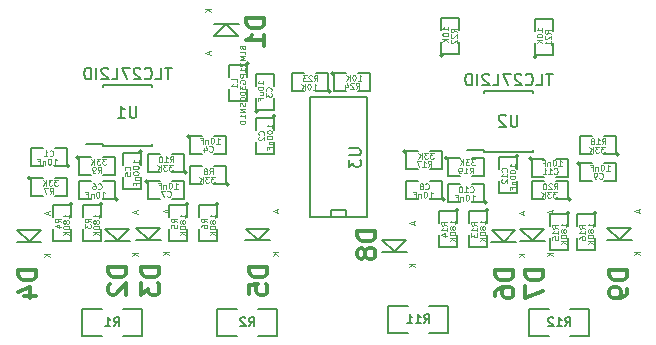
<source format=gbr>
%TF.GenerationSoftware,KiCad,Pcbnew,6.0.10+dfsg-1~bpo11+1*%
%TF.CreationDate,2023-03-05T01:28:02+00:00*%
%TF.ProjectId,VCAI2C01,56434149-3243-4303-912e-6b696361645f,rev?*%
%TF.SameCoordinates,Original*%
%TF.FileFunction,Legend,Bot*%
%TF.FilePolarity,Positive*%
%FSLAX46Y46*%
G04 Gerber Fmt 4.6, Leading zero omitted, Abs format (unit mm)*
G04 Created by KiCad (PCBNEW 6.0.10+dfsg-1~bpo11+1) date 2023-03-05 01:28:02*
%MOMM*%
%LPD*%
G01*
G04 APERTURE LIST*
%ADD10C,0.109220*%
%ADD11C,0.304800*%
%ADD12C,0.099060*%
%ADD13C,0.150000*%
%ADD14C,0.127000*%
G04 APERTURE END LIST*
D10*
%TO.C,C1*%
X1543896Y20712793D02*
X1567724Y20688966D01*
X1639207Y20665138D01*
X1686862Y20665138D01*
X1758345Y20688966D01*
X1806000Y20736621D01*
X1829828Y20784276D01*
X1853655Y20879587D01*
X1853655Y20951070D01*
X1829828Y21046380D01*
X1806000Y21094035D01*
X1758345Y21141690D01*
X1686862Y21165518D01*
X1639207Y21165518D01*
X1567724Y21141690D01*
X1543896Y21117863D01*
X1067344Y20665138D02*
X1353275Y20665138D01*
X1210310Y20665138D02*
X1210310Y21165518D01*
X1257965Y21094035D01*
X1305620Y21046380D01*
X1353275Y21022552D01*
X1869621Y19966638D02*
X2155552Y19966638D01*
X2012587Y19966638D02*
X2012587Y20467018D01*
X2060242Y20395535D01*
X2107897Y20347880D01*
X2155552Y20324052D01*
X1559862Y20467018D02*
X1512207Y20467018D01*
X1464551Y20443190D01*
X1440724Y20419363D01*
X1416896Y20371708D01*
X1393069Y20276397D01*
X1393069Y20157259D01*
X1416896Y20061949D01*
X1440724Y20014293D01*
X1464551Y19990466D01*
X1512207Y19966638D01*
X1559862Y19966638D01*
X1607517Y19990466D01*
X1631345Y20014293D01*
X1655172Y20061949D01*
X1679000Y20157259D01*
X1679000Y20276397D01*
X1655172Y20371708D01*
X1631345Y20419363D01*
X1607517Y20443190D01*
X1559862Y20467018D01*
X1178620Y20300225D02*
X1178620Y19966638D01*
X1178620Y20252570D02*
X1154792Y20276397D01*
X1107137Y20300225D01*
X1035654Y20300225D01*
X987999Y20276397D01*
X964171Y20228742D01*
X964171Y19966638D01*
X559102Y20228742D02*
X725895Y20228742D01*
X725895Y19966638D02*
X725895Y20467018D01*
X487619Y20467018D01*
%TO.C,C2*%
X19673207Y22498897D02*
X19697034Y22522725D01*
X19720862Y22594208D01*
X19720862Y22641863D01*
X19697034Y22713346D01*
X19649379Y22761001D01*
X19601724Y22784829D01*
X19506413Y22808656D01*
X19434930Y22808656D01*
X19339620Y22784829D01*
X19291965Y22761001D01*
X19244310Y22713346D01*
X19220482Y22641863D01*
X19220482Y22594208D01*
X19244310Y22522725D01*
X19268137Y22498897D01*
X19268137Y22308276D02*
X19244310Y22284449D01*
X19220482Y22236793D01*
X19220482Y22117655D01*
X19244310Y22070000D01*
X19268137Y22046172D01*
X19315792Y22022345D01*
X19363448Y22022345D01*
X19434930Y22046172D01*
X19720862Y22332104D01*
X19720862Y22022345D01*
X20419362Y23062898D02*
X20419362Y23348830D01*
X20419362Y23205864D02*
X19918982Y23205864D01*
X19990465Y23253519D01*
X20038120Y23301174D01*
X20061948Y23348830D01*
X19918982Y22753139D02*
X19918982Y22705484D01*
X19942810Y22657829D01*
X19966637Y22634001D01*
X20014292Y22610173D01*
X20109603Y22586346D01*
X20228741Y22586346D01*
X20324051Y22610173D01*
X20371707Y22634001D01*
X20395534Y22657829D01*
X20419362Y22705484D01*
X20419362Y22753139D01*
X20395534Y22800794D01*
X20371707Y22824622D01*
X20324051Y22848450D01*
X20228741Y22872277D01*
X20109603Y22872277D01*
X20014292Y22848450D01*
X19966637Y22824622D01*
X19942810Y22800794D01*
X19918982Y22753139D01*
X19918982Y22276587D02*
X19918982Y22228931D01*
X19942810Y22181276D01*
X19966637Y22157449D01*
X20014292Y22133621D01*
X20109603Y22109793D01*
X20228741Y22109793D01*
X20324051Y22133621D01*
X20371707Y22157449D01*
X20395534Y22181276D01*
X20419362Y22228931D01*
X20419362Y22276587D01*
X20395534Y22324242D01*
X20371707Y22348070D01*
X20324051Y22371897D01*
X20228741Y22395725D01*
X20109603Y22395725D01*
X20014292Y22371897D01*
X19966637Y22348070D01*
X19942810Y22324242D01*
X19918982Y22276587D01*
X20085775Y21895345D02*
X20419362Y21895345D01*
X20133430Y21895345D02*
X20109603Y21871517D01*
X20085775Y21823862D01*
X20085775Y21752379D01*
X20109603Y21704724D01*
X20157258Y21680896D01*
X20419362Y21680896D01*
X20157258Y21275827D02*
X20157258Y21442620D01*
X20419362Y21442620D02*
X19918982Y21442620D01*
X19918982Y21204344D01*
%TO.C,C3*%
X20308207Y26181897D02*
X20332034Y26205725D01*
X20355862Y26277208D01*
X20355862Y26324863D01*
X20332034Y26396346D01*
X20284379Y26444001D01*
X20236724Y26467829D01*
X20141413Y26491656D01*
X20069930Y26491656D01*
X19974620Y26467829D01*
X19926965Y26444001D01*
X19879310Y26396346D01*
X19855482Y26324863D01*
X19855482Y26277208D01*
X19879310Y26205725D01*
X19903137Y26181897D01*
X19855482Y26015104D02*
X19855482Y25705345D01*
X20046103Y25872138D01*
X20046103Y25800655D01*
X20069930Y25753000D01*
X20093758Y25729172D01*
X20141413Y25705345D01*
X20260551Y25705345D01*
X20308207Y25729172D01*
X20332034Y25753000D01*
X20355862Y25800655D01*
X20355862Y25943621D01*
X20332034Y25991276D01*
X20308207Y26015104D01*
X19657362Y26761622D02*
X19657362Y27047553D01*
X19657362Y26904588D02*
X19156982Y26904588D01*
X19228465Y26952243D01*
X19276120Y26999898D01*
X19299948Y27047553D01*
X19156982Y26451863D02*
X19156982Y26404208D01*
X19180810Y26356552D01*
X19204637Y26332725D01*
X19252292Y26308897D01*
X19347603Y26285070D01*
X19466741Y26285070D01*
X19562051Y26308897D01*
X19609707Y26332725D01*
X19633534Y26356552D01*
X19657362Y26404208D01*
X19657362Y26451863D01*
X19633534Y26499518D01*
X19609707Y26523346D01*
X19562051Y26547173D01*
X19466741Y26571001D01*
X19347603Y26571001D01*
X19252292Y26547173D01*
X19204637Y26523346D01*
X19180810Y26499518D01*
X19156982Y26451863D01*
X19323775Y25856172D02*
X19657362Y25856172D01*
X19323775Y26070621D02*
X19585879Y26070621D01*
X19633534Y26046793D01*
X19657362Y25999138D01*
X19657362Y25927655D01*
X19633534Y25880000D01*
X19609707Y25856172D01*
X19395258Y25451103D02*
X19395258Y25617896D01*
X19657362Y25617896D02*
X19156982Y25617896D01*
X19156982Y25379620D01*
%TO.C,C4*%
X15069396Y21093793D02*
X15093224Y21069966D01*
X15164707Y21046138D01*
X15212362Y21046138D01*
X15283845Y21069966D01*
X15331500Y21117621D01*
X15355328Y21165276D01*
X15379155Y21260587D01*
X15379155Y21332070D01*
X15355328Y21427380D01*
X15331500Y21475035D01*
X15283845Y21522690D01*
X15212362Y21546518D01*
X15164707Y21546518D01*
X15093224Y21522690D01*
X15069396Y21498863D01*
X14640499Y21379725D02*
X14640499Y21046138D01*
X14759637Y21570346D02*
X14878775Y21212931D01*
X14569016Y21212931D01*
X15649121Y21744638D02*
X15935052Y21744638D01*
X15792087Y21744638D02*
X15792087Y22245018D01*
X15839742Y22173535D01*
X15887397Y22125880D01*
X15935052Y22102052D01*
X15339362Y22245018D02*
X15291707Y22245018D01*
X15244051Y22221190D01*
X15220224Y22197363D01*
X15196396Y22149708D01*
X15172569Y22054397D01*
X15172569Y21935259D01*
X15196396Y21839949D01*
X15220224Y21792293D01*
X15244051Y21768466D01*
X15291707Y21744638D01*
X15339362Y21744638D01*
X15387017Y21768466D01*
X15410845Y21792293D01*
X15434672Y21839949D01*
X15458500Y21935259D01*
X15458500Y22054397D01*
X15434672Y22149708D01*
X15410845Y22197363D01*
X15387017Y22221190D01*
X15339362Y22245018D01*
X14958120Y22078225D02*
X14958120Y21744638D01*
X14958120Y22030570D02*
X14934292Y22054397D01*
X14886637Y22078225D01*
X14815154Y22078225D01*
X14767499Y22054397D01*
X14743671Y22006742D01*
X14743671Y21744638D01*
X14338602Y22006742D02*
X14505395Y22006742D01*
X14505395Y21744638D02*
X14505395Y22245018D01*
X14267119Y22245018D01*
%TO.C,C5*%
X8344807Y19488997D02*
X8368634Y19512825D01*
X8392462Y19584308D01*
X8392462Y19631963D01*
X8368634Y19703446D01*
X8320979Y19751101D01*
X8273324Y19774929D01*
X8178013Y19798756D01*
X8106530Y19798756D01*
X8011220Y19774929D01*
X7963565Y19751101D01*
X7915910Y19703446D01*
X7892082Y19631963D01*
X7892082Y19584308D01*
X7915910Y19512825D01*
X7939737Y19488997D01*
X7892082Y19036272D02*
X7892082Y19274549D01*
X8130358Y19298376D01*
X8106530Y19274549D01*
X8082703Y19226893D01*
X8082703Y19107755D01*
X8106530Y19060100D01*
X8130358Y19036272D01*
X8178013Y19012445D01*
X8297151Y19012445D01*
X8344807Y19036272D01*
X8368634Y19060100D01*
X8392462Y19107755D01*
X8392462Y19226893D01*
X8368634Y19274549D01*
X8344807Y19298376D01*
X9090962Y20052998D02*
X9090962Y20338930D01*
X9090962Y20195964D02*
X8590582Y20195964D01*
X8662065Y20243619D01*
X8709720Y20291274D01*
X8733548Y20338930D01*
X8590582Y19743239D02*
X8590582Y19695584D01*
X8614410Y19647929D01*
X8638237Y19624101D01*
X8685892Y19600273D01*
X8781203Y19576446D01*
X8900341Y19576446D01*
X8995651Y19600273D01*
X9043307Y19624101D01*
X9067134Y19647929D01*
X9090962Y19695584D01*
X9090962Y19743239D01*
X9067134Y19790894D01*
X9043307Y19814722D01*
X8995651Y19838550D01*
X8900341Y19862377D01*
X8781203Y19862377D01*
X8685892Y19838550D01*
X8638237Y19814722D01*
X8614410Y19790894D01*
X8590582Y19743239D01*
X8590582Y19266687D02*
X8590582Y19219031D01*
X8614410Y19171376D01*
X8638237Y19147549D01*
X8685892Y19123721D01*
X8781203Y19099893D01*
X8900341Y19099893D01*
X8995651Y19123721D01*
X9043307Y19147549D01*
X9067134Y19171376D01*
X9090962Y19219031D01*
X9090962Y19266687D01*
X9067134Y19314342D01*
X9043307Y19338170D01*
X8995651Y19361997D01*
X8900341Y19385825D01*
X8781203Y19385825D01*
X8685892Y19361997D01*
X8638237Y19338170D01*
X8614410Y19314342D01*
X8590582Y19266687D01*
X8757375Y18885445D02*
X9090962Y18885445D01*
X8805030Y18885445D02*
X8781203Y18861617D01*
X8757375Y18813962D01*
X8757375Y18742479D01*
X8781203Y18694824D01*
X8828858Y18670996D01*
X9090962Y18670996D01*
X8828858Y18265927D02*
X8828858Y18432720D01*
X9090962Y18432720D02*
X8590582Y18432720D01*
X8590582Y18194444D01*
%TO.C,C6*%
X5633296Y17918793D02*
X5657124Y17894966D01*
X5728607Y17871138D01*
X5776262Y17871138D01*
X5847745Y17894966D01*
X5895400Y17942621D01*
X5919228Y17990276D01*
X5943055Y18085587D01*
X5943055Y18157070D01*
X5919228Y18252380D01*
X5895400Y18300035D01*
X5847745Y18347690D01*
X5776262Y18371518D01*
X5728607Y18371518D01*
X5657124Y18347690D01*
X5633296Y18323863D01*
X5204399Y18371518D02*
X5299710Y18371518D01*
X5347365Y18347690D01*
X5371192Y18323863D01*
X5418848Y18252380D01*
X5442675Y18157070D01*
X5442675Y17966449D01*
X5418848Y17918793D01*
X5395020Y17894966D01*
X5347365Y17871138D01*
X5252054Y17871138D01*
X5204399Y17894966D01*
X5180571Y17918793D01*
X5156744Y17966449D01*
X5156744Y18085587D01*
X5180571Y18133242D01*
X5204399Y18157070D01*
X5252054Y18180897D01*
X5347365Y18180897D01*
X5395020Y18157070D01*
X5418848Y18133242D01*
X5442675Y18085587D01*
X5959021Y17172638D02*
X6244952Y17172638D01*
X6101987Y17172638D02*
X6101987Y17673018D01*
X6149642Y17601535D01*
X6197297Y17553880D01*
X6244952Y17530052D01*
X5649262Y17673018D02*
X5601607Y17673018D01*
X5553951Y17649190D01*
X5530124Y17625363D01*
X5506296Y17577708D01*
X5482469Y17482397D01*
X5482469Y17363259D01*
X5506296Y17267949D01*
X5530124Y17220293D01*
X5553951Y17196466D01*
X5601607Y17172638D01*
X5649262Y17172638D01*
X5696917Y17196466D01*
X5720745Y17220293D01*
X5744572Y17267949D01*
X5768400Y17363259D01*
X5768400Y17482397D01*
X5744572Y17577708D01*
X5720745Y17625363D01*
X5696917Y17649190D01*
X5649262Y17673018D01*
X5268020Y17506225D02*
X5268020Y17172638D01*
X5268020Y17458570D02*
X5244192Y17482397D01*
X5196537Y17506225D01*
X5125054Y17506225D01*
X5077399Y17482397D01*
X5053571Y17434742D01*
X5053571Y17172638D01*
X4648502Y17434742D02*
X4815295Y17434742D01*
X4815295Y17172638D02*
X4815295Y17673018D01*
X4577019Y17673018D01*
%TO.C,C7*%
X11513396Y17283793D02*
X11537224Y17259966D01*
X11608707Y17236138D01*
X11656362Y17236138D01*
X11727845Y17259966D01*
X11775500Y17307621D01*
X11799328Y17355276D01*
X11823155Y17450587D01*
X11823155Y17522070D01*
X11799328Y17617380D01*
X11775500Y17665035D01*
X11727845Y17712690D01*
X11656362Y17736518D01*
X11608707Y17736518D01*
X11537224Y17712690D01*
X11513396Y17688863D01*
X11346603Y17736518D02*
X11013016Y17736518D01*
X11227465Y17236138D01*
X12093121Y17934638D02*
X12379052Y17934638D01*
X12236087Y17934638D02*
X12236087Y18435018D01*
X12283742Y18363535D01*
X12331397Y18315880D01*
X12379052Y18292052D01*
X11783362Y18435018D02*
X11735707Y18435018D01*
X11688051Y18411190D01*
X11664224Y18387363D01*
X11640396Y18339708D01*
X11616569Y18244397D01*
X11616569Y18125259D01*
X11640396Y18029949D01*
X11664224Y17982293D01*
X11688051Y17958466D01*
X11735707Y17934638D01*
X11783362Y17934638D01*
X11831017Y17958466D01*
X11854845Y17982293D01*
X11878672Y18029949D01*
X11902500Y18125259D01*
X11902500Y18244397D01*
X11878672Y18339708D01*
X11854845Y18387363D01*
X11831017Y18411190D01*
X11783362Y18435018D01*
X11402120Y18268225D02*
X11402120Y17934638D01*
X11402120Y18220570D02*
X11378292Y18244397D01*
X11330637Y18268225D01*
X11259154Y18268225D01*
X11211499Y18244397D01*
X11187671Y18196742D01*
X11187671Y17934638D01*
X10782602Y18196742D02*
X10949395Y18196742D01*
X10949395Y17934638D02*
X10949395Y18435018D01*
X10711119Y18435018D01*
%TO.C,C8*%
X33357396Y17918793D02*
X33381224Y17894966D01*
X33452707Y17871138D01*
X33500362Y17871138D01*
X33571845Y17894966D01*
X33619500Y17942621D01*
X33643328Y17990276D01*
X33667155Y18085587D01*
X33667155Y18157070D01*
X33643328Y18252380D01*
X33619500Y18300035D01*
X33571845Y18347690D01*
X33500362Y18371518D01*
X33452707Y18371518D01*
X33381224Y18347690D01*
X33357396Y18323863D01*
X33071465Y18157070D02*
X33119120Y18180897D01*
X33142948Y18204725D01*
X33166775Y18252380D01*
X33166775Y18276208D01*
X33142948Y18323863D01*
X33119120Y18347690D01*
X33071465Y18371518D01*
X32976154Y18371518D01*
X32928499Y18347690D01*
X32904671Y18323863D01*
X32880844Y18276208D01*
X32880844Y18252380D01*
X32904671Y18204725D01*
X32928499Y18180897D01*
X32976154Y18157070D01*
X33071465Y18157070D01*
X33119120Y18133242D01*
X33142948Y18109414D01*
X33166775Y18061759D01*
X33166775Y17966449D01*
X33142948Y17918793D01*
X33119120Y17894966D01*
X33071465Y17871138D01*
X32976154Y17871138D01*
X32928499Y17894966D01*
X32904671Y17918793D01*
X32880844Y17966449D01*
X32880844Y18061759D01*
X32904671Y18109414D01*
X32928499Y18133242D01*
X32976154Y18157070D01*
X33683121Y17172638D02*
X33969052Y17172638D01*
X33826087Y17172638D02*
X33826087Y17673018D01*
X33873742Y17601535D01*
X33921397Y17553880D01*
X33969052Y17530052D01*
X33373362Y17673018D02*
X33325707Y17673018D01*
X33278051Y17649190D01*
X33254224Y17625363D01*
X33230396Y17577708D01*
X33206569Y17482397D01*
X33206569Y17363259D01*
X33230396Y17267949D01*
X33254224Y17220293D01*
X33278051Y17196466D01*
X33325707Y17172638D01*
X33373362Y17172638D01*
X33421017Y17196466D01*
X33444845Y17220293D01*
X33468672Y17267949D01*
X33492500Y17363259D01*
X33492500Y17482397D01*
X33468672Y17577708D01*
X33444845Y17625363D01*
X33421017Y17649190D01*
X33373362Y17673018D01*
X32992120Y17506225D02*
X32992120Y17172638D01*
X32992120Y17458570D02*
X32968292Y17482397D01*
X32920637Y17506225D01*
X32849154Y17506225D01*
X32801499Y17482397D01*
X32777671Y17434742D01*
X32777671Y17172638D01*
X32372602Y17434742D02*
X32539395Y17434742D01*
X32539395Y17172638D02*
X32539395Y17673018D01*
X32301119Y17673018D01*
%TO.C,C9*%
X48089396Y18807793D02*
X48113224Y18783966D01*
X48184707Y18760138D01*
X48232362Y18760138D01*
X48303845Y18783966D01*
X48351500Y18831621D01*
X48375328Y18879276D01*
X48399155Y18974587D01*
X48399155Y19046070D01*
X48375328Y19141380D01*
X48351500Y19189035D01*
X48303845Y19236690D01*
X48232362Y19260518D01*
X48184707Y19260518D01*
X48113224Y19236690D01*
X48089396Y19212863D01*
X47851120Y18760138D02*
X47755810Y18760138D01*
X47708154Y18783966D01*
X47684327Y18807793D01*
X47636671Y18879276D01*
X47612844Y18974587D01*
X47612844Y19165208D01*
X47636671Y19212863D01*
X47660499Y19236690D01*
X47708154Y19260518D01*
X47803465Y19260518D01*
X47851120Y19236690D01*
X47874948Y19212863D01*
X47898775Y19165208D01*
X47898775Y19046070D01*
X47874948Y18998414D01*
X47851120Y18974587D01*
X47803465Y18950759D01*
X47708154Y18950759D01*
X47660499Y18974587D01*
X47636671Y18998414D01*
X47612844Y19046070D01*
X48669121Y19458638D02*
X48955052Y19458638D01*
X48812087Y19458638D02*
X48812087Y19959018D01*
X48859742Y19887535D01*
X48907397Y19839880D01*
X48955052Y19816052D01*
X48359362Y19959018D02*
X48311707Y19959018D01*
X48264051Y19935190D01*
X48240224Y19911363D01*
X48216396Y19863708D01*
X48192569Y19768397D01*
X48192569Y19649259D01*
X48216396Y19553949D01*
X48240224Y19506293D01*
X48264051Y19482466D01*
X48311707Y19458638D01*
X48359362Y19458638D01*
X48407017Y19482466D01*
X48430845Y19506293D01*
X48454672Y19553949D01*
X48478500Y19649259D01*
X48478500Y19768397D01*
X48454672Y19863708D01*
X48430845Y19911363D01*
X48407017Y19935190D01*
X48359362Y19959018D01*
X47978120Y19792225D02*
X47978120Y19458638D01*
X47978120Y19744570D02*
X47954292Y19768397D01*
X47906637Y19792225D01*
X47835154Y19792225D01*
X47787499Y19768397D01*
X47763671Y19720742D01*
X47763671Y19458638D01*
X47358602Y19720742D02*
X47525395Y19720742D01*
X47525395Y19458638D02*
X47525395Y19959018D01*
X47287119Y19959018D01*
%TO.C,C10*%
X37151672Y17664793D02*
X37175500Y17640966D01*
X37246983Y17617138D01*
X37294638Y17617138D01*
X37366121Y17640966D01*
X37413776Y17688621D01*
X37437604Y17736276D01*
X37461431Y17831587D01*
X37461431Y17903070D01*
X37437604Y17998380D01*
X37413776Y18046035D01*
X37366121Y18093690D01*
X37294638Y18117518D01*
X37246983Y18117518D01*
X37175500Y18093690D01*
X37151672Y18069863D01*
X36675120Y17617138D02*
X36961051Y17617138D01*
X36818086Y17617138D02*
X36818086Y18117518D01*
X36865741Y18046035D01*
X36913396Y17998380D01*
X36961051Y17974552D01*
X36365361Y18117518D02*
X36317706Y18117518D01*
X36270050Y18093690D01*
X36246223Y18069863D01*
X36222395Y18022208D01*
X36198568Y17926897D01*
X36198568Y17807759D01*
X36222395Y17712449D01*
X36246223Y17664793D01*
X36270050Y17640966D01*
X36317706Y17617138D01*
X36365361Y17617138D01*
X36413016Y17640966D01*
X36436844Y17664793D01*
X36460671Y17712449D01*
X36484499Y17807759D01*
X36484499Y17926897D01*
X36460671Y18022208D01*
X36436844Y18069863D01*
X36413016Y18093690D01*
X36365361Y18117518D01*
X37239121Y16918638D02*
X37525052Y16918638D01*
X37382087Y16918638D02*
X37382087Y17419018D01*
X37429742Y17347535D01*
X37477397Y17299880D01*
X37525052Y17276052D01*
X36929362Y17419018D02*
X36881707Y17419018D01*
X36834051Y17395190D01*
X36810224Y17371363D01*
X36786396Y17323708D01*
X36762569Y17228397D01*
X36762569Y17109259D01*
X36786396Y17013949D01*
X36810224Y16966293D01*
X36834051Y16942466D01*
X36881707Y16918638D01*
X36929362Y16918638D01*
X36977017Y16942466D01*
X37000845Y16966293D01*
X37024672Y17013949D01*
X37048500Y17109259D01*
X37048500Y17228397D01*
X37024672Y17323708D01*
X37000845Y17371363D01*
X36977017Y17395190D01*
X36929362Y17419018D01*
X36548120Y17252225D02*
X36548120Y16918638D01*
X36548120Y17204570D02*
X36524292Y17228397D01*
X36476637Y17252225D01*
X36405154Y17252225D01*
X36357499Y17228397D01*
X36333671Y17180742D01*
X36333671Y16918638D01*
X35928602Y17180742D02*
X36095395Y17180742D01*
X36095395Y16918638D02*
X36095395Y17419018D01*
X35857119Y17419018D01*
%TO.C,C11*%
X44263672Y19214193D02*
X44287500Y19190366D01*
X44358983Y19166538D01*
X44406638Y19166538D01*
X44478121Y19190366D01*
X44525776Y19238021D01*
X44549604Y19285676D01*
X44573431Y19380987D01*
X44573431Y19452470D01*
X44549604Y19547780D01*
X44525776Y19595435D01*
X44478121Y19643090D01*
X44406638Y19666918D01*
X44358983Y19666918D01*
X44287500Y19643090D01*
X44263672Y19619263D01*
X43787120Y19166538D02*
X44073051Y19166538D01*
X43930086Y19166538D02*
X43930086Y19666918D01*
X43977741Y19595435D01*
X44025396Y19547780D01*
X44073051Y19523952D01*
X43310568Y19166538D02*
X43596499Y19166538D01*
X43453533Y19166538D02*
X43453533Y19666918D01*
X43501189Y19595435D01*
X43548844Y19547780D01*
X43596499Y19523952D01*
X44605121Y19865038D02*
X44891052Y19865038D01*
X44748087Y19865038D02*
X44748087Y20365418D01*
X44795742Y20293935D01*
X44843397Y20246280D01*
X44891052Y20222452D01*
X44295362Y20365418D02*
X44247707Y20365418D01*
X44200051Y20341590D01*
X44176224Y20317763D01*
X44152396Y20270108D01*
X44128569Y20174797D01*
X44128569Y20055659D01*
X44152396Y19960349D01*
X44176224Y19912693D01*
X44200051Y19888866D01*
X44247707Y19865038D01*
X44295362Y19865038D01*
X44343017Y19888866D01*
X44366845Y19912693D01*
X44390672Y19960349D01*
X44414500Y20055659D01*
X44414500Y20174797D01*
X44390672Y20270108D01*
X44366845Y20317763D01*
X44343017Y20341590D01*
X44295362Y20365418D01*
X43914120Y20198625D02*
X43914120Y19865038D01*
X43914120Y20150970D02*
X43890292Y20174797D01*
X43842637Y20198625D01*
X43771154Y20198625D01*
X43723499Y20174797D01*
X43699671Y20127142D01*
X43699671Y19865038D01*
X43294602Y20127142D02*
X43461395Y20127142D01*
X43461395Y19865038D02*
X43461395Y20365418D01*
X43223119Y20365418D01*
D11*
%TO.C,D1*%
X19739428Y32366858D02*
X18215428Y32366858D01*
X18215428Y32004000D01*
X18288000Y31786286D01*
X18433142Y31641143D01*
X18578285Y31568572D01*
X18868571Y31496000D01*
X19086285Y31496000D01*
X19376571Y31568572D01*
X19521714Y31641143D01*
X19666857Y31786286D01*
X19739428Y32004000D01*
X19739428Y32366858D01*
X19739428Y30044572D02*
X19739428Y30915429D01*
X19739428Y30480000D02*
X18215428Y30480000D01*
X18433142Y30625143D01*
X18578285Y30770286D01*
X18650857Y30915429D01*
D12*
X15043996Y29560279D02*
X15043996Y29322002D01*
X15186962Y29607934D02*
X14686582Y29441140D01*
X15186962Y29274347D01*
X15186962Y33173912D02*
X14686582Y33173912D01*
X15186962Y32887981D02*
X14901030Y33102430D01*
X14686582Y32887981D02*
X14972513Y33173912D01*
D11*
%TO.C,D2*%
X8055428Y11284858D02*
X6531428Y11284858D01*
X6531428Y10922000D01*
X6604000Y10704286D01*
X6749142Y10559143D01*
X6894285Y10486572D01*
X7184571Y10414000D01*
X7402285Y10414000D01*
X7692571Y10486572D01*
X7837714Y10559143D01*
X7982857Y10704286D01*
X8055428Y10922000D01*
X8055428Y11284858D01*
X6676571Y9833429D02*
X6604000Y9760858D01*
X6531428Y9615715D01*
X6531428Y9252858D01*
X6604000Y9107715D01*
X6676571Y9035143D01*
X6821714Y8962572D01*
X6966857Y8962572D01*
X7184571Y9035143D01*
X8055428Y9906000D01*
X8055428Y8962572D01*
D12*
X9040162Y12480532D02*
X8539782Y12480532D01*
X9040162Y12194601D02*
X8754230Y12409050D01*
X8539782Y12194601D02*
X8825713Y12480532D01*
X8897196Y16070339D02*
X8897196Y15832062D01*
X9040162Y16117994D02*
X8539782Y15951200D01*
X9040162Y15784407D01*
D11*
%TO.C,D3*%
X10849428Y11284858D02*
X9325428Y11284858D01*
X9325428Y10922000D01*
X9398000Y10704286D01*
X9543142Y10559143D01*
X9688285Y10486572D01*
X9978571Y10414000D01*
X10196285Y10414000D01*
X10486571Y10486572D01*
X10631714Y10559143D01*
X10776857Y10704286D01*
X10849428Y10922000D01*
X10849428Y11284858D01*
X9325428Y9906000D02*
X9325428Y8962572D01*
X9906000Y9470572D01*
X9906000Y9252858D01*
X9978571Y9107715D01*
X10051142Y9035143D01*
X10196285Y8962572D01*
X10559142Y8962572D01*
X10704285Y9035143D01*
X10776857Y9107715D01*
X10849428Y9252858D01*
X10849428Y9688286D01*
X10776857Y9833429D01*
X10704285Y9906000D01*
D12*
X11538796Y16143999D02*
X11538796Y15905722D01*
X11681762Y16191654D02*
X11181382Y16024860D01*
X11681762Y15858067D01*
X11681762Y12554192D02*
X11181382Y12554192D01*
X11681762Y12268261D02*
X11395830Y12482710D01*
X11181382Y12268261D02*
X11467313Y12554192D01*
D11*
%TO.C,D4*%
X435428Y11030858D02*
X-1088572Y11030858D01*
X-1088572Y10668000D01*
X-1016000Y10450286D01*
X-870858Y10305143D01*
X-725715Y10232572D01*
X-435429Y10160000D01*
X-217715Y10160000D01*
X72571Y10232572D01*
X217714Y10305143D01*
X362857Y10450286D01*
X435428Y10668000D01*
X435428Y11030858D01*
X-580572Y8853715D02*
X435428Y8853715D01*
X-1161143Y9216572D02*
X-72572Y9579429D01*
X-72572Y8636000D01*
D12*
X1572562Y12401792D02*
X1072182Y12401792D01*
X1572562Y12115861D02*
X1286630Y12330310D01*
X1072182Y12115861D02*
X1358113Y12401792D01*
X1429596Y15991599D02*
X1429596Y15753322D01*
X1572562Y16039254D02*
X1072182Y15872460D01*
X1572562Y15705667D01*
D11*
%TO.C,D5*%
X19993428Y11284858D02*
X18469428Y11284858D01*
X18469428Y10922000D01*
X18542000Y10704286D01*
X18687142Y10559143D01*
X18832285Y10486572D01*
X19122571Y10414000D01*
X19340285Y10414000D01*
X19630571Y10486572D01*
X19775714Y10559143D01*
X19920857Y10704286D01*
X19993428Y10922000D01*
X19993428Y11284858D01*
X18469428Y9035143D02*
X18469428Y9760858D01*
X19195142Y9833429D01*
X19122571Y9760858D01*
X19050000Y9615715D01*
X19050000Y9252858D01*
X19122571Y9107715D01*
X19195142Y9035143D01*
X19340285Y8962572D01*
X19703142Y8962572D01*
X19848285Y9035143D01*
X19920857Y9107715D01*
X19993428Y9252858D01*
X19993428Y9615715D01*
X19920857Y9760858D01*
X19848285Y9833429D01*
D12*
X20784396Y16121139D02*
X20784396Y15882862D01*
X20927362Y16168794D02*
X20426982Y16002000D01*
X20927362Y15835207D01*
X20927362Y12531332D02*
X20426982Y12531332D01*
X20927362Y12245401D02*
X20641430Y12459850D01*
X20426982Y12245401D02*
X20712913Y12531332D01*
D11*
%TO.C,D6*%
X40821428Y11030858D02*
X39297428Y11030858D01*
X39297428Y10668000D01*
X39370000Y10450286D01*
X39515142Y10305143D01*
X39660285Y10232572D01*
X39950571Y10160000D01*
X40168285Y10160000D01*
X40458571Y10232572D01*
X40603714Y10305143D01*
X40748857Y10450286D01*
X40821428Y10668000D01*
X40821428Y11030858D01*
X39297428Y8853715D02*
X39297428Y9144000D01*
X39370000Y9289143D01*
X39442571Y9361715D01*
X39660285Y9506858D01*
X39950571Y9579429D01*
X40531142Y9579429D01*
X40676285Y9506858D01*
X40748857Y9434286D01*
X40821428Y9289143D01*
X40821428Y8998858D01*
X40748857Y8853715D01*
X40676285Y8781143D01*
X40531142Y8708572D01*
X40168285Y8708572D01*
X40023142Y8781143D01*
X39950571Y8853715D01*
X39878000Y8998858D01*
X39878000Y9289143D01*
X39950571Y9434286D01*
X40023142Y9506858D01*
X40168285Y9579429D01*
D12*
X41612396Y16019539D02*
X41612396Y15781262D01*
X41755362Y16067194D02*
X41254982Y15900400D01*
X41755362Y15733607D01*
X41755362Y12429732D02*
X41254982Y12429732D01*
X41755362Y12143801D02*
X41469430Y12358250D01*
X41254982Y12143801D02*
X41540913Y12429732D01*
D11*
%TO.C,D7*%
X43361428Y11030858D02*
X41837428Y11030858D01*
X41837428Y10668000D01*
X41910000Y10450286D01*
X42055142Y10305143D01*
X42200285Y10232572D01*
X42490571Y10160000D01*
X42708285Y10160000D01*
X42998571Y10232572D01*
X43143714Y10305143D01*
X43288857Y10450286D01*
X43361428Y10668000D01*
X43361428Y11030858D01*
X41837428Y9652000D02*
X41837428Y8636000D01*
X43361428Y9289143D01*
D12*
X44193762Y12503392D02*
X43693382Y12503392D01*
X44193762Y12217461D02*
X43907830Y12431910D01*
X43693382Y12217461D02*
X43979313Y12503392D01*
X44050796Y16093199D02*
X44050796Y15854922D01*
X44193762Y16140854D02*
X43693382Y15974060D01*
X44193762Y15807267D01*
D11*
%TO.C,D8*%
X29137428Y14332858D02*
X27613428Y14332858D01*
X27613428Y13970000D01*
X27686000Y13752286D01*
X27831142Y13607143D01*
X27976285Y13534572D01*
X28266571Y13462000D01*
X28484285Y13462000D01*
X28774571Y13534572D01*
X28919714Y13607143D01*
X29064857Y13752286D01*
X29137428Y13970000D01*
X29137428Y14332858D01*
X28266571Y12591143D02*
X28194000Y12736286D01*
X28121428Y12808858D01*
X27976285Y12881429D01*
X27903714Y12881429D01*
X27758571Y12808858D01*
X27686000Y12736286D01*
X27613428Y12591143D01*
X27613428Y12300858D01*
X27686000Y12155715D01*
X27758571Y12083143D01*
X27903714Y12010572D01*
X27976285Y12010572D01*
X28121428Y12083143D01*
X28194000Y12155715D01*
X28266571Y12300858D01*
X28266571Y12591143D01*
X28339142Y12736286D01*
X28411714Y12808858D01*
X28556857Y12881429D01*
X28847142Y12881429D01*
X28992285Y12808858D01*
X29064857Y12736286D01*
X29137428Y12591143D01*
X29137428Y12300858D01*
X29064857Y12155715D01*
X28992285Y12083143D01*
X28847142Y12010572D01*
X28556857Y12010572D01*
X28411714Y12083143D01*
X28339142Y12155715D01*
X28266571Y12300858D01*
D12*
X32366796Y15127999D02*
X32366796Y14889722D01*
X32509762Y15175654D02*
X32009382Y15008860D01*
X32509762Y14842067D01*
X32509762Y11538192D02*
X32009382Y11538192D01*
X32509762Y11252261D02*
X32223830Y11466710D01*
X32009382Y11252261D02*
X32295313Y11538192D01*
D11*
%TO.C,D9*%
X50473428Y11030858D02*
X48949428Y11030858D01*
X48949428Y10668000D01*
X49022000Y10450286D01*
X49167142Y10305143D01*
X49312285Y10232572D01*
X49602571Y10160000D01*
X49820285Y10160000D01*
X50110571Y10232572D01*
X50255714Y10305143D01*
X50400857Y10450286D01*
X50473428Y10668000D01*
X50473428Y11030858D01*
X50473428Y9434286D02*
X50473428Y9144000D01*
X50400857Y8998858D01*
X50328285Y8926286D01*
X50110571Y8781143D01*
X49820285Y8708572D01*
X49239714Y8708572D01*
X49094571Y8781143D01*
X49022000Y8853715D01*
X48949428Y8998858D01*
X48949428Y9289143D01*
X49022000Y9434286D01*
X49094571Y9506858D01*
X49239714Y9579429D01*
X49602571Y9579429D01*
X49747714Y9506858D01*
X49820285Y9434286D01*
X49892857Y9289143D01*
X49892857Y8998858D01*
X49820285Y8853715D01*
X49747714Y8781143D01*
X49602571Y8708572D01*
D12*
X51559762Y12554192D02*
X51059382Y12554192D01*
X51559762Y12268261D02*
X51273830Y12482710D01*
X51059382Y12268261D02*
X51345313Y12554192D01*
X51416796Y16143999D02*
X51416796Y15905722D01*
X51559762Y16191654D02*
X51059382Y16024860D01*
X51559762Y15858067D01*
D10*
%TO.C,R3*%
X5039662Y15069397D02*
X4801386Y15236190D01*
X5039662Y15355329D02*
X4539282Y15355329D01*
X4539282Y15164708D01*
X4563110Y15117052D01*
X4586937Y15093225D01*
X4634592Y15069397D01*
X4706075Y15069397D01*
X4753730Y15093225D01*
X4777558Y15117052D01*
X4801386Y15164708D01*
X4801386Y15355329D01*
X4539282Y14902604D02*
X4539282Y14592845D01*
X4729903Y14759638D01*
X4729903Y14688155D01*
X4753730Y14640500D01*
X4777558Y14616672D01*
X4825213Y14592845D01*
X4944351Y14592845D01*
X4992007Y14616672D01*
X5015834Y14640500D01*
X5039662Y14688155D01*
X5039662Y14831121D01*
X5015834Y14878776D01*
X4992007Y14902604D01*
X5738162Y15442777D02*
X5738162Y15728709D01*
X5738162Y15585743D02*
X5237782Y15585743D01*
X5309265Y15633398D01*
X5356920Y15681053D01*
X5380748Y15728709D01*
X5452230Y15156846D02*
X5428403Y15204501D01*
X5404575Y15228329D01*
X5356920Y15252156D01*
X5333092Y15252156D01*
X5285437Y15228329D01*
X5261610Y15204501D01*
X5237782Y15156846D01*
X5237782Y15061535D01*
X5261610Y15013880D01*
X5285437Y14990052D01*
X5333092Y14966225D01*
X5356920Y14966225D01*
X5404575Y14990052D01*
X5428403Y15013880D01*
X5452230Y15061535D01*
X5452230Y15156846D01*
X5476058Y15204501D01*
X5499886Y15228329D01*
X5547541Y15252156D01*
X5642851Y15252156D01*
X5690507Y15228329D01*
X5714334Y15204501D01*
X5738162Y15156846D01*
X5738162Y15061535D01*
X5714334Y15013880D01*
X5690507Y14990052D01*
X5642851Y14966225D01*
X5547541Y14966225D01*
X5499886Y14990052D01*
X5476058Y15013880D01*
X5452230Y15061535D01*
X5237782Y14656466D02*
X5237782Y14608810D01*
X5261610Y14561155D01*
X5285437Y14537328D01*
X5333092Y14513500D01*
X5428403Y14489672D01*
X5547541Y14489672D01*
X5642851Y14513500D01*
X5690507Y14537328D01*
X5714334Y14561155D01*
X5738162Y14608810D01*
X5738162Y14656466D01*
X5714334Y14704121D01*
X5690507Y14727949D01*
X5642851Y14751776D01*
X5547541Y14775604D01*
X5428403Y14775604D01*
X5333092Y14751776D01*
X5285437Y14727949D01*
X5261610Y14704121D01*
X5237782Y14656466D01*
X5738162Y14275224D02*
X5237782Y14275224D01*
X5738162Y13989292D02*
X5452230Y14203741D01*
X5237782Y13989292D02*
X5523713Y14275224D01*
%TO.C,R4*%
X2499662Y15069397D02*
X2261386Y15236190D01*
X2499662Y15355329D02*
X1999282Y15355329D01*
X1999282Y15164708D01*
X2023110Y15117052D01*
X2046937Y15093225D01*
X2094592Y15069397D01*
X2166075Y15069397D01*
X2213730Y15093225D01*
X2237558Y15117052D01*
X2261386Y15164708D01*
X2261386Y15355329D01*
X2166075Y14640500D02*
X2499662Y14640500D01*
X1975454Y14759638D02*
X2332869Y14878776D01*
X2332869Y14569017D01*
X3198162Y15442777D02*
X3198162Y15728709D01*
X3198162Y15585743D02*
X2697782Y15585743D01*
X2769265Y15633398D01*
X2816920Y15681053D01*
X2840748Y15728709D01*
X2912230Y15156846D02*
X2888403Y15204501D01*
X2864575Y15228329D01*
X2816920Y15252156D01*
X2793092Y15252156D01*
X2745437Y15228329D01*
X2721610Y15204501D01*
X2697782Y15156846D01*
X2697782Y15061535D01*
X2721610Y15013880D01*
X2745437Y14990052D01*
X2793092Y14966225D01*
X2816920Y14966225D01*
X2864575Y14990052D01*
X2888403Y15013880D01*
X2912230Y15061535D01*
X2912230Y15156846D01*
X2936058Y15204501D01*
X2959886Y15228329D01*
X3007541Y15252156D01*
X3102851Y15252156D01*
X3150507Y15228329D01*
X3174334Y15204501D01*
X3198162Y15156846D01*
X3198162Y15061535D01*
X3174334Y15013880D01*
X3150507Y14990052D01*
X3102851Y14966225D01*
X3007541Y14966225D01*
X2959886Y14990052D01*
X2936058Y15013880D01*
X2912230Y15061535D01*
X2697782Y14656466D02*
X2697782Y14608810D01*
X2721610Y14561155D01*
X2745437Y14537328D01*
X2793092Y14513500D01*
X2888403Y14489672D01*
X3007541Y14489672D01*
X3102851Y14513500D01*
X3150507Y14537328D01*
X3174334Y14561155D01*
X3198162Y14608810D01*
X3198162Y14656466D01*
X3174334Y14704121D01*
X3150507Y14727949D01*
X3102851Y14751776D01*
X3007541Y14775604D01*
X2888403Y14775604D01*
X2793092Y14751776D01*
X2745437Y14727949D01*
X2721610Y14704121D01*
X2697782Y14656466D01*
X3198162Y14275224D02*
X2697782Y14275224D01*
X3198162Y13989292D02*
X2912230Y14203741D01*
X2697782Y13989292D02*
X2983713Y14275224D01*
%TO.C,R5*%
X12354862Y15069397D02*
X12116586Y15236190D01*
X12354862Y15355329D02*
X11854482Y15355329D01*
X11854482Y15164708D01*
X11878310Y15117052D01*
X11902137Y15093225D01*
X11949792Y15069397D01*
X12021275Y15069397D01*
X12068930Y15093225D01*
X12092758Y15117052D01*
X12116586Y15164708D01*
X12116586Y15355329D01*
X11854482Y14616672D02*
X11854482Y14854949D01*
X12092758Y14878776D01*
X12068930Y14854949D01*
X12045103Y14807293D01*
X12045103Y14688155D01*
X12068930Y14640500D01*
X12092758Y14616672D01*
X12140413Y14592845D01*
X12259551Y14592845D01*
X12307207Y14616672D01*
X12331034Y14640500D01*
X12354862Y14688155D01*
X12354862Y14807293D01*
X12331034Y14854949D01*
X12307207Y14878776D01*
X13053362Y15442777D02*
X13053362Y15728709D01*
X13053362Y15585743D02*
X12552982Y15585743D01*
X12624465Y15633398D01*
X12672120Y15681053D01*
X12695948Y15728709D01*
X12767430Y15156846D02*
X12743603Y15204501D01*
X12719775Y15228329D01*
X12672120Y15252156D01*
X12648292Y15252156D01*
X12600637Y15228329D01*
X12576810Y15204501D01*
X12552982Y15156846D01*
X12552982Y15061535D01*
X12576810Y15013880D01*
X12600637Y14990052D01*
X12648292Y14966225D01*
X12672120Y14966225D01*
X12719775Y14990052D01*
X12743603Y15013880D01*
X12767430Y15061535D01*
X12767430Y15156846D01*
X12791258Y15204501D01*
X12815086Y15228329D01*
X12862741Y15252156D01*
X12958051Y15252156D01*
X13005707Y15228329D01*
X13029534Y15204501D01*
X13053362Y15156846D01*
X13053362Y15061535D01*
X13029534Y15013880D01*
X13005707Y14990052D01*
X12958051Y14966225D01*
X12862741Y14966225D01*
X12815086Y14990052D01*
X12791258Y15013880D01*
X12767430Y15061535D01*
X12552982Y14656466D02*
X12552982Y14608810D01*
X12576810Y14561155D01*
X12600637Y14537328D01*
X12648292Y14513500D01*
X12743603Y14489672D01*
X12862741Y14489672D01*
X12958051Y14513500D01*
X13005707Y14537328D01*
X13029534Y14561155D01*
X13053362Y14608810D01*
X13053362Y14656466D01*
X13029534Y14704121D01*
X13005707Y14727949D01*
X12958051Y14751776D01*
X12862741Y14775604D01*
X12743603Y14775604D01*
X12648292Y14751776D01*
X12600637Y14727949D01*
X12576810Y14704121D01*
X12552982Y14656466D01*
X13053362Y14275224D02*
X12552982Y14275224D01*
X13053362Y13989292D02*
X12767430Y14203741D01*
X12552982Y13989292D02*
X12838913Y14275224D01*
%TO.C,R6*%
X14894862Y15069397D02*
X14656586Y15236190D01*
X14894862Y15355329D02*
X14394482Y15355329D01*
X14394482Y15164708D01*
X14418310Y15117052D01*
X14442137Y15093225D01*
X14489792Y15069397D01*
X14561275Y15069397D01*
X14608930Y15093225D01*
X14632758Y15117052D01*
X14656586Y15164708D01*
X14656586Y15355329D01*
X14394482Y14640500D02*
X14394482Y14735810D01*
X14418310Y14783466D01*
X14442137Y14807293D01*
X14513620Y14854949D01*
X14608930Y14878776D01*
X14799551Y14878776D01*
X14847207Y14854949D01*
X14871034Y14831121D01*
X14894862Y14783466D01*
X14894862Y14688155D01*
X14871034Y14640500D01*
X14847207Y14616672D01*
X14799551Y14592845D01*
X14680413Y14592845D01*
X14632758Y14616672D01*
X14608930Y14640500D01*
X14585103Y14688155D01*
X14585103Y14783466D01*
X14608930Y14831121D01*
X14632758Y14854949D01*
X14680413Y14878776D01*
X15593362Y15442777D02*
X15593362Y15728709D01*
X15593362Y15585743D02*
X15092982Y15585743D01*
X15164465Y15633398D01*
X15212120Y15681053D01*
X15235948Y15728709D01*
X15307430Y15156846D02*
X15283603Y15204501D01*
X15259775Y15228329D01*
X15212120Y15252156D01*
X15188292Y15252156D01*
X15140637Y15228329D01*
X15116810Y15204501D01*
X15092982Y15156846D01*
X15092982Y15061535D01*
X15116810Y15013880D01*
X15140637Y14990052D01*
X15188292Y14966225D01*
X15212120Y14966225D01*
X15259775Y14990052D01*
X15283603Y15013880D01*
X15307430Y15061535D01*
X15307430Y15156846D01*
X15331258Y15204501D01*
X15355086Y15228329D01*
X15402741Y15252156D01*
X15498051Y15252156D01*
X15545707Y15228329D01*
X15569534Y15204501D01*
X15593362Y15156846D01*
X15593362Y15061535D01*
X15569534Y15013880D01*
X15545707Y14990052D01*
X15498051Y14966225D01*
X15402741Y14966225D01*
X15355086Y14990052D01*
X15331258Y15013880D01*
X15307430Y15061535D01*
X15092982Y14656466D02*
X15092982Y14608810D01*
X15116810Y14561155D01*
X15140637Y14537328D01*
X15188292Y14513500D01*
X15283603Y14489672D01*
X15402741Y14489672D01*
X15498051Y14513500D01*
X15545707Y14537328D01*
X15569534Y14561155D01*
X15593362Y14608810D01*
X15593362Y14656466D01*
X15569534Y14704121D01*
X15545707Y14727949D01*
X15498051Y14751776D01*
X15402741Y14775604D01*
X15283603Y14775604D01*
X15188292Y14751776D01*
X15140637Y14727949D01*
X15116810Y14704121D01*
X15092982Y14656466D01*
X15593362Y14275224D02*
X15092982Y14275224D01*
X15593362Y13989292D02*
X15307430Y14203741D01*
X15092982Y13989292D02*
X15378913Y14275224D01*
%TO.C,R7*%
X1543896Y17490138D02*
X1710690Y17728414D01*
X1829828Y17490138D02*
X1829828Y17990518D01*
X1639207Y17990518D01*
X1591551Y17966690D01*
X1567724Y17942863D01*
X1543896Y17895208D01*
X1543896Y17823725D01*
X1567724Y17776070D01*
X1591551Y17752242D01*
X1639207Y17728414D01*
X1829828Y17728414D01*
X1377103Y17990518D02*
X1043516Y17990518D01*
X1257965Y17490138D01*
X2242759Y18689018D02*
X1933000Y18689018D01*
X2099793Y18498397D01*
X2028310Y18498397D01*
X1980655Y18474570D01*
X1956828Y18450742D01*
X1933000Y18403087D01*
X1933000Y18283949D01*
X1956828Y18236293D01*
X1980655Y18212466D01*
X2028310Y18188638D01*
X2171276Y18188638D01*
X2218931Y18212466D01*
X2242759Y18236293D01*
X1766207Y18689018D02*
X1456448Y18689018D01*
X1623241Y18498397D01*
X1551758Y18498397D01*
X1504103Y18474570D01*
X1480275Y18450742D01*
X1456448Y18403087D01*
X1456448Y18283949D01*
X1480275Y18236293D01*
X1504103Y18212466D01*
X1551758Y18188638D01*
X1694724Y18188638D01*
X1742379Y18212466D01*
X1766207Y18236293D01*
X1241999Y18188638D02*
X1241999Y18689018D01*
X956068Y18188638D02*
X1170516Y18474570D01*
X956068Y18689018D02*
X1241999Y18403087D01*
%TO.C,R8*%
X15069396Y19141138D02*
X15236190Y19379414D01*
X15355328Y19141138D02*
X15355328Y19641518D01*
X15164707Y19641518D01*
X15117051Y19617690D01*
X15093224Y19593863D01*
X15069396Y19546208D01*
X15069396Y19474725D01*
X15093224Y19427070D01*
X15117051Y19403242D01*
X15164707Y19379414D01*
X15355328Y19379414D01*
X14783465Y19427070D02*
X14831120Y19450897D01*
X14854948Y19474725D01*
X14878775Y19522380D01*
X14878775Y19546208D01*
X14854948Y19593863D01*
X14831120Y19617690D01*
X14783465Y19641518D01*
X14688154Y19641518D01*
X14640499Y19617690D01*
X14616671Y19593863D01*
X14592844Y19546208D01*
X14592844Y19522380D01*
X14616671Y19474725D01*
X14640499Y19450897D01*
X14688154Y19427070D01*
X14783465Y19427070D01*
X14831120Y19403242D01*
X14854948Y19379414D01*
X14878775Y19331759D01*
X14878775Y19236449D01*
X14854948Y19188793D01*
X14831120Y19164966D01*
X14783465Y19141138D01*
X14688154Y19141138D01*
X14640499Y19164966D01*
X14616671Y19188793D01*
X14592844Y19236449D01*
X14592844Y19331759D01*
X14616671Y19379414D01*
X14640499Y19403242D01*
X14688154Y19427070D01*
X15514259Y18943018D02*
X15204500Y18943018D01*
X15371293Y18752397D01*
X15299810Y18752397D01*
X15252155Y18728570D01*
X15228328Y18704742D01*
X15204500Y18657087D01*
X15204500Y18537949D01*
X15228328Y18490293D01*
X15252155Y18466466D01*
X15299810Y18442638D01*
X15442776Y18442638D01*
X15490431Y18466466D01*
X15514259Y18490293D01*
X15037707Y18943018D02*
X14727948Y18943018D01*
X14894741Y18752397D01*
X14823258Y18752397D01*
X14775603Y18728570D01*
X14751775Y18704742D01*
X14727948Y18657087D01*
X14727948Y18537949D01*
X14751775Y18490293D01*
X14775603Y18466466D01*
X14823258Y18442638D01*
X14966224Y18442638D01*
X15013879Y18466466D01*
X15037707Y18490293D01*
X14513499Y18442638D02*
X14513499Y18943018D01*
X14227568Y18442638D02*
X14442016Y18728570D01*
X14227568Y18943018D02*
X14513499Y18657087D01*
%TO.C,R9*%
X5633296Y19268138D02*
X5800090Y19506414D01*
X5919228Y19268138D02*
X5919228Y19768518D01*
X5728607Y19768518D01*
X5680951Y19744690D01*
X5657124Y19720863D01*
X5633296Y19673208D01*
X5633296Y19601725D01*
X5657124Y19554070D01*
X5680951Y19530242D01*
X5728607Y19506414D01*
X5919228Y19506414D01*
X5395020Y19268138D02*
X5299710Y19268138D01*
X5252054Y19291966D01*
X5228227Y19315793D01*
X5180571Y19387276D01*
X5156744Y19482587D01*
X5156744Y19673208D01*
X5180571Y19720863D01*
X5204399Y19744690D01*
X5252054Y19768518D01*
X5347365Y19768518D01*
X5395020Y19744690D01*
X5418848Y19720863D01*
X5442675Y19673208D01*
X5442675Y19554070D01*
X5418848Y19506414D01*
X5395020Y19482587D01*
X5347365Y19458759D01*
X5252054Y19458759D01*
X5204399Y19482587D01*
X5180571Y19506414D01*
X5156744Y19554070D01*
X6332159Y20467018D02*
X6022400Y20467018D01*
X6189193Y20276397D01*
X6117710Y20276397D01*
X6070055Y20252570D01*
X6046228Y20228742D01*
X6022400Y20181087D01*
X6022400Y20061949D01*
X6046228Y20014293D01*
X6070055Y19990466D01*
X6117710Y19966638D01*
X6260676Y19966638D01*
X6308331Y19990466D01*
X6332159Y20014293D01*
X5855607Y20467018D02*
X5545848Y20467018D01*
X5712641Y20276397D01*
X5641158Y20276397D01*
X5593503Y20252570D01*
X5569675Y20228742D01*
X5545848Y20181087D01*
X5545848Y20061949D01*
X5569675Y20014293D01*
X5593503Y19990466D01*
X5641158Y19966638D01*
X5784124Y19966638D01*
X5831779Y19990466D01*
X5855607Y20014293D01*
X5331399Y19966638D02*
X5331399Y20467018D01*
X5045468Y19966638D02*
X5259916Y20252570D01*
X5045468Y20467018D02*
X5331399Y20181087D01*
%TO.C,R10*%
X11751672Y20157138D02*
X11918466Y20395414D01*
X12037604Y20157138D02*
X12037604Y20657518D01*
X11846983Y20657518D01*
X11799328Y20633690D01*
X11775500Y20609863D01*
X11751672Y20562208D01*
X11751672Y20490725D01*
X11775500Y20443070D01*
X11799328Y20419242D01*
X11846983Y20395414D01*
X12037604Y20395414D01*
X11275120Y20157138D02*
X11561051Y20157138D01*
X11418086Y20157138D02*
X11418086Y20657518D01*
X11465741Y20586035D01*
X11513396Y20538380D01*
X11561051Y20514552D01*
X10965361Y20657518D02*
X10917706Y20657518D01*
X10870050Y20633690D01*
X10846223Y20609863D01*
X10822395Y20562208D01*
X10798568Y20466897D01*
X10798568Y20347759D01*
X10822395Y20252449D01*
X10846223Y20204793D01*
X10870050Y20180966D01*
X10917706Y20157138D01*
X10965361Y20157138D01*
X11013016Y20180966D01*
X11036844Y20204793D01*
X11060671Y20252449D01*
X11084499Y20347759D01*
X11084499Y20466897D01*
X11060671Y20562208D01*
X11036844Y20609863D01*
X11013016Y20633690D01*
X10965361Y20657518D01*
X11958259Y19959018D02*
X11648500Y19959018D01*
X11815293Y19768397D01*
X11743810Y19768397D01*
X11696155Y19744570D01*
X11672328Y19720742D01*
X11648500Y19673087D01*
X11648500Y19553949D01*
X11672328Y19506293D01*
X11696155Y19482466D01*
X11743810Y19458638D01*
X11886776Y19458638D01*
X11934431Y19482466D01*
X11958259Y19506293D01*
X11481707Y19959018D02*
X11171948Y19959018D01*
X11338741Y19768397D01*
X11267258Y19768397D01*
X11219603Y19744570D01*
X11195775Y19720742D01*
X11171948Y19673087D01*
X11171948Y19553949D01*
X11195775Y19506293D01*
X11219603Y19482466D01*
X11267258Y19458638D01*
X11410224Y19458638D01*
X11457879Y19482466D01*
X11481707Y19506293D01*
X10957499Y19458638D02*
X10957499Y19959018D01*
X10671568Y19458638D02*
X10886016Y19744570D01*
X10671568Y19959018D02*
X10957499Y19673087D01*
%TO.C,R13*%
X37754862Y14799673D02*
X37516586Y14966467D01*
X37754862Y15085605D02*
X37254482Y15085605D01*
X37254482Y14894984D01*
X37278310Y14847329D01*
X37302137Y14823501D01*
X37349792Y14799673D01*
X37421275Y14799673D01*
X37468930Y14823501D01*
X37492758Y14847329D01*
X37516586Y14894984D01*
X37516586Y15085605D01*
X37754862Y14323121D02*
X37754862Y14609052D01*
X37754862Y14466087D02*
X37254482Y14466087D01*
X37325965Y14513742D01*
X37373620Y14561397D01*
X37397448Y14609052D01*
X37254482Y14156328D02*
X37254482Y13846569D01*
X37445103Y14013362D01*
X37445103Y13941879D01*
X37468930Y13894224D01*
X37492758Y13870396D01*
X37540413Y13846569D01*
X37659551Y13846569D01*
X37707207Y13870396D01*
X37731034Y13894224D01*
X37754862Y13941879D01*
X37754862Y14084845D01*
X37731034Y14132500D01*
X37707207Y14156328D01*
X38453362Y14934777D02*
X38453362Y15220709D01*
X38453362Y15077743D02*
X37952982Y15077743D01*
X38024465Y15125398D01*
X38072120Y15173053D01*
X38095948Y15220709D01*
X38167430Y14648846D02*
X38143603Y14696501D01*
X38119775Y14720329D01*
X38072120Y14744156D01*
X38048292Y14744156D01*
X38000637Y14720329D01*
X37976810Y14696501D01*
X37952982Y14648846D01*
X37952982Y14553535D01*
X37976810Y14505880D01*
X38000637Y14482052D01*
X38048292Y14458225D01*
X38072120Y14458225D01*
X38119775Y14482052D01*
X38143603Y14505880D01*
X38167430Y14553535D01*
X38167430Y14648846D01*
X38191258Y14696501D01*
X38215086Y14720329D01*
X38262741Y14744156D01*
X38358051Y14744156D01*
X38405707Y14720329D01*
X38429534Y14696501D01*
X38453362Y14648846D01*
X38453362Y14553535D01*
X38429534Y14505880D01*
X38405707Y14482052D01*
X38358051Y14458225D01*
X38262741Y14458225D01*
X38215086Y14482052D01*
X38191258Y14505880D01*
X38167430Y14553535D01*
X37952982Y14148466D02*
X37952982Y14100810D01*
X37976810Y14053155D01*
X38000637Y14029328D01*
X38048292Y14005500D01*
X38143603Y13981672D01*
X38262741Y13981672D01*
X38358051Y14005500D01*
X38405707Y14029328D01*
X38429534Y14053155D01*
X38453362Y14100810D01*
X38453362Y14148466D01*
X38429534Y14196121D01*
X38405707Y14219949D01*
X38358051Y14243776D01*
X38262741Y14267604D01*
X38143603Y14267604D01*
X38048292Y14243776D01*
X38000637Y14219949D01*
X37976810Y14196121D01*
X37952982Y14148466D01*
X38453362Y13767224D02*
X37952982Y13767224D01*
X38453362Y13481292D02*
X38167430Y13695741D01*
X37952982Y13481292D02*
X38238913Y13767224D01*
%TO.C,R14*%
X35214862Y14799673D02*
X34976586Y14966467D01*
X35214862Y15085605D02*
X34714482Y15085605D01*
X34714482Y14894984D01*
X34738310Y14847329D01*
X34762137Y14823501D01*
X34809792Y14799673D01*
X34881275Y14799673D01*
X34928930Y14823501D01*
X34952758Y14847329D01*
X34976586Y14894984D01*
X34976586Y15085605D01*
X35214862Y14323121D02*
X35214862Y14609052D01*
X35214862Y14466087D02*
X34714482Y14466087D01*
X34785965Y14513742D01*
X34833620Y14561397D01*
X34857448Y14609052D01*
X34881275Y13894224D02*
X35214862Y13894224D01*
X34690654Y14013362D02*
X35048069Y14132500D01*
X35048069Y13822741D01*
X35913362Y14934777D02*
X35913362Y15220709D01*
X35913362Y15077743D02*
X35412982Y15077743D01*
X35484465Y15125398D01*
X35532120Y15173053D01*
X35555948Y15220709D01*
X35627430Y14648846D02*
X35603603Y14696501D01*
X35579775Y14720329D01*
X35532120Y14744156D01*
X35508292Y14744156D01*
X35460637Y14720329D01*
X35436810Y14696501D01*
X35412982Y14648846D01*
X35412982Y14553535D01*
X35436810Y14505880D01*
X35460637Y14482052D01*
X35508292Y14458225D01*
X35532120Y14458225D01*
X35579775Y14482052D01*
X35603603Y14505880D01*
X35627430Y14553535D01*
X35627430Y14648846D01*
X35651258Y14696501D01*
X35675086Y14720329D01*
X35722741Y14744156D01*
X35818051Y14744156D01*
X35865707Y14720329D01*
X35889534Y14696501D01*
X35913362Y14648846D01*
X35913362Y14553535D01*
X35889534Y14505880D01*
X35865707Y14482052D01*
X35818051Y14458225D01*
X35722741Y14458225D01*
X35675086Y14482052D01*
X35651258Y14505880D01*
X35627430Y14553535D01*
X35412982Y14148466D02*
X35412982Y14100810D01*
X35436810Y14053155D01*
X35460637Y14029328D01*
X35508292Y14005500D01*
X35603603Y13981672D01*
X35722741Y13981672D01*
X35818051Y14005500D01*
X35865707Y14029328D01*
X35889534Y14053155D01*
X35913362Y14100810D01*
X35913362Y14148466D01*
X35889534Y14196121D01*
X35865707Y14219949D01*
X35818051Y14243776D01*
X35722741Y14267604D01*
X35603603Y14267604D01*
X35508292Y14243776D01*
X35460637Y14219949D01*
X35436810Y14196121D01*
X35412982Y14148466D01*
X35913362Y13767224D02*
X35412982Y13767224D01*
X35913362Y13481292D02*
X35627430Y13695741D01*
X35412982Y13481292D02*
X35698913Y13767224D01*
%TO.C,R15*%
X44612862Y14545673D02*
X44374586Y14712467D01*
X44612862Y14831605D02*
X44112482Y14831605D01*
X44112482Y14640984D01*
X44136310Y14593329D01*
X44160137Y14569501D01*
X44207792Y14545673D01*
X44279275Y14545673D01*
X44326930Y14569501D01*
X44350758Y14593329D01*
X44374586Y14640984D01*
X44374586Y14831605D01*
X44612862Y14069121D02*
X44612862Y14355052D01*
X44612862Y14212087D02*
X44112482Y14212087D01*
X44183965Y14259742D01*
X44231620Y14307397D01*
X44255448Y14355052D01*
X44112482Y13616396D02*
X44112482Y13854672D01*
X44350758Y13878500D01*
X44326930Y13854672D01*
X44303103Y13807017D01*
X44303103Y13687879D01*
X44326930Y13640224D01*
X44350758Y13616396D01*
X44398413Y13592569D01*
X44517551Y13592569D01*
X44565207Y13616396D01*
X44589034Y13640224D01*
X44612862Y13687879D01*
X44612862Y13807017D01*
X44589034Y13854672D01*
X44565207Y13878500D01*
X45311362Y14680777D02*
X45311362Y14966709D01*
X45311362Y14823743D02*
X44810982Y14823743D01*
X44882465Y14871398D01*
X44930120Y14919053D01*
X44953948Y14966709D01*
X45025430Y14394846D02*
X45001603Y14442501D01*
X44977775Y14466329D01*
X44930120Y14490156D01*
X44906292Y14490156D01*
X44858637Y14466329D01*
X44834810Y14442501D01*
X44810982Y14394846D01*
X44810982Y14299535D01*
X44834810Y14251880D01*
X44858637Y14228052D01*
X44906292Y14204225D01*
X44930120Y14204225D01*
X44977775Y14228052D01*
X45001603Y14251880D01*
X45025430Y14299535D01*
X45025430Y14394846D01*
X45049258Y14442501D01*
X45073086Y14466329D01*
X45120741Y14490156D01*
X45216051Y14490156D01*
X45263707Y14466329D01*
X45287534Y14442501D01*
X45311362Y14394846D01*
X45311362Y14299535D01*
X45287534Y14251880D01*
X45263707Y14228052D01*
X45216051Y14204225D01*
X45120741Y14204225D01*
X45073086Y14228052D01*
X45049258Y14251880D01*
X45025430Y14299535D01*
X44810982Y13894466D02*
X44810982Y13846810D01*
X44834810Y13799155D01*
X44858637Y13775328D01*
X44906292Y13751500D01*
X45001603Y13727672D01*
X45120741Y13727672D01*
X45216051Y13751500D01*
X45263707Y13775328D01*
X45287534Y13799155D01*
X45311362Y13846810D01*
X45311362Y13894466D01*
X45287534Y13942121D01*
X45263707Y13965949D01*
X45216051Y13989776D01*
X45120741Y14013604D01*
X45001603Y14013604D01*
X44906292Y13989776D01*
X44858637Y13965949D01*
X44834810Y13942121D01*
X44810982Y13894466D01*
X45311362Y13513224D02*
X44810982Y13513224D01*
X45311362Y13227292D02*
X45025430Y13441741D01*
X44810982Y13227292D02*
X45096913Y13513224D01*
%TO.C,R16*%
X46898862Y14545673D02*
X46660586Y14712467D01*
X46898862Y14831605D02*
X46398482Y14831605D01*
X46398482Y14640984D01*
X46422310Y14593329D01*
X46446137Y14569501D01*
X46493792Y14545673D01*
X46565275Y14545673D01*
X46612930Y14569501D01*
X46636758Y14593329D01*
X46660586Y14640984D01*
X46660586Y14831605D01*
X46898862Y14069121D02*
X46898862Y14355052D01*
X46898862Y14212087D02*
X46398482Y14212087D01*
X46469965Y14259742D01*
X46517620Y14307397D01*
X46541448Y14355052D01*
X46398482Y13640224D02*
X46398482Y13735534D01*
X46422310Y13783190D01*
X46446137Y13807017D01*
X46517620Y13854672D01*
X46612930Y13878500D01*
X46803551Y13878500D01*
X46851207Y13854672D01*
X46875034Y13830845D01*
X46898862Y13783190D01*
X46898862Y13687879D01*
X46875034Y13640224D01*
X46851207Y13616396D01*
X46803551Y13592569D01*
X46684413Y13592569D01*
X46636758Y13616396D01*
X46612930Y13640224D01*
X46589103Y13687879D01*
X46589103Y13783190D01*
X46612930Y13830845D01*
X46636758Y13854672D01*
X46684413Y13878500D01*
X47597362Y14680777D02*
X47597362Y14966709D01*
X47597362Y14823743D02*
X47096982Y14823743D01*
X47168465Y14871398D01*
X47216120Y14919053D01*
X47239948Y14966709D01*
X47311430Y14394846D02*
X47287603Y14442501D01*
X47263775Y14466329D01*
X47216120Y14490156D01*
X47192292Y14490156D01*
X47144637Y14466329D01*
X47120810Y14442501D01*
X47096982Y14394846D01*
X47096982Y14299535D01*
X47120810Y14251880D01*
X47144637Y14228052D01*
X47192292Y14204225D01*
X47216120Y14204225D01*
X47263775Y14228052D01*
X47287603Y14251880D01*
X47311430Y14299535D01*
X47311430Y14394846D01*
X47335258Y14442501D01*
X47359086Y14466329D01*
X47406741Y14490156D01*
X47502051Y14490156D01*
X47549707Y14466329D01*
X47573534Y14442501D01*
X47597362Y14394846D01*
X47597362Y14299535D01*
X47573534Y14251880D01*
X47549707Y14228052D01*
X47502051Y14204225D01*
X47406741Y14204225D01*
X47359086Y14228052D01*
X47335258Y14251880D01*
X47311430Y14299535D01*
X47096982Y13894466D02*
X47096982Y13846810D01*
X47120810Y13799155D01*
X47144637Y13775328D01*
X47192292Y13751500D01*
X47287603Y13727672D01*
X47406741Y13727672D01*
X47502051Y13751500D01*
X47549707Y13775328D01*
X47573534Y13799155D01*
X47597362Y13846810D01*
X47597362Y13894466D01*
X47573534Y13942121D01*
X47549707Y13965949D01*
X47502051Y13989776D01*
X47406741Y14013604D01*
X47287603Y14013604D01*
X47192292Y13989776D01*
X47144637Y13965949D01*
X47120810Y13942121D01*
X47096982Y13894466D01*
X47597362Y13513224D02*
X47096982Y13513224D01*
X47597362Y13227292D02*
X47311430Y13441741D01*
X47096982Y13227292D02*
X47382913Y13513224D01*
%TO.C,R17*%
X33595672Y19776138D02*
X33762466Y20014414D01*
X33881604Y19776138D02*
X33881604Y20276518D01*
X33690983Y20276518D01*
X33643328Y20252690D01*
X33619500Y20228863D01*
X33595672Y20181208D01*
X33595672Y20109725D01*
X33619500Y20062070D01*
X33643328Y20038242D01*
X33690983Y20014414D01*
X33881604Y20014414D01*
X33119120Y19776138D02*
X33405051Y19776138D01*
X33262086Y19776138D02*
X33262086Y20276518D01*
X33309741Y20205035D01*
X33357396Y20157380D01*
X33405051Y20133552D01*
X32952327Y20276518D02*
X32618740Y20276518D01*
X32833189Y19776138D01*
X34056259Y20975018D02*
X33746500Y20975018D01*
X33913293Y20784397D01*
X33841810Y20784397D01*
X33794155Y20760570D01*
X33770328Y20736742D01*
X33746500Y20689087D01*
X33746500Y20569949D01*
X33770328Y20522293D01*
X33794155Y20498466D01*
X33841810Y20474638D01*
X33984776Y20474638D01*
X34032431Y20498466D01*
X34056259Y20522293D01*
X33579707Y20975018D02*
X33269948Y20975018D01*
X33436741Y20784397D01*
X33365258Y20784397D01*
X33317603Y20760570D01*
X33293775Y20736742D01*
X33269948Y20689087D01*
X33269948Y20569949D01*
X33293775Y20522293D01*
X33317603Y20498466D01*
X33365258Y20474638D01*
X33508224Y20474638D01*
X33555879Y20498466D01*
X33579707Y20522293D01*
X33055499Y20474638D02*
X33055499Y20975018D01*
X32769568Y20474638D02*
X32984016Y20760570D01*
X32769568Y20975018D02*
X33055499Y20689087D01*
%TO.C,R18*%
X48327672Y21681138D02*
X48494466Y21919414D01*
X48613604Y21681138D02*
X48613604Y22181518D01*
X48422983Y22181518D01*
X48375328Y22157690D01*
X48351500Y22133863D01*
X48327672Y22086208D01*
X48327672Y22014725D01*
X48351500Y21967070D01*
X48375328Y21943242D01*
X48422983Y21919414D01*
X48613604Y21919414D01*
X47851120Y21681138D02*
X48137051Y21681138D01*
X47994086Y21681138D02*
X47994086Y22181518D01*
X48041741Y22110035D01*
X48089396Y22062380D01*
X48137051Y22038552D01*
X47565189Y21967070D02*
X47612844Y21990897D01*
X47636671Y22014725D01*
X47660499Y22062380D01*
X47660499Y22086208D01*
X47636671Y22133863D01*
X47612844Y22157690D01*
X47565189Y22181518D01*
X47469878Y22181518D01*
X47422223Y22157690D01*
X47398395Y22133863D01*
X47374568Y22086208D01*
X47374568Y22062380D01*
X47398395Y22014725D01*
X47422223Y21990897D01*
X47469878Y21967070D01*
X47565189Y21967070D01*
X47612844Y21943242D01*
X47636671Y21919414D01*
X47660499Y21871759D01*
X47660499Y21776449D01*
X47636671Y21728793D01*
X47612844Y21704966D01*
X47565189Y21681138D01*
X47469878Y21681138D01*
X47422223Y21704966D01*
X47398395Y21728793D01*
X47374568Y21776449D01*
X47374568Y21871759D01*
X47398395Y21919414D01*
X47422223Y21943242D01*
X47469878Y21967070D01*
X48534259Y21483018D02*
X48224500Y21483018D01*
X48391293Y21292397D01*
X48319810Y21292397D01*
X48272155Y21268570D01*
X48248328Y21244742D01*
X48224500Y21197087D01*
X48224500Y21077949D01*
X48248328Y21030293D01*
X48272155Y21006466D01*
X48319810Y20982638D01*
X48462776Y20982638D01*
X48510431Y21006466D01*
X48534259Y21030293D01*
X48057707Y21483018D02*
X47747948Y21483018D01*
X47914741Y21292397D01*
X47843258Y21292397D01*
X47795603Y21268570D01*
X47771775Y21244742D01*
X47747948Y21197087D01*
X47747948Y21077949D01*
X47771775Y21030293D01*
X47795603Y21006466D01*
X47843258Y20982638D01*
X47986224Y20982638D01*
X48033879Y21006466D01*
X48057707Y21030293D01*
X47533499Y20982638D02*
X47533499Y21483018D01*
X47247568Y20982638D02*
X47462016Y21268570D01*
X47247568Y21483018D02*
X47533499Y21197087D01*
%TO.C,R19*%
X37113572Y19217338D02*
X37280366Y19455614D01*
X37399504Y19217338D02*
X37399504Y19717718D01*
X37208883Y19717718D01*
X37161228Y19693890D01*
X37137400Y19670063D01*
X37113572Y19622408D01*
X37113572Y19550925D01*
X37137400Y19503270D01*
X37161228Y19479442D01*
X37208883Y19455614D01*
X37399504Y19455614D01*
X36637020Y19217338D02*
X36922951Y19217338D01*
X36779986Y19217338D02*
X36779986Y19717718D01*
X36827641Y19646235D01*
X36875296Y19598580D01*
X36922951Y19574752D01*
X36398744Y19217338D02*
X36303433Y19217338D01*
X36255778Y19241166D01*
X36231950Y19264993D01*
X36184295Y19336476D01*
X36160468Y19431787D01*
X36160468Y19622408D01*
X36184295Y19670063D01*
X36208123Y19693890D01*
X36255778Y19717718D01*
X36351089Y19717718D01*
X36398744Y19693890D01*
X36422571Y19670063D01*
X36446399Y19622408D01*
X36446399Y19503270D01*
X36422571Y19455614D01*
X36398744Y19431787D01*
X36351089Y19407959D01*
X36255778Y19407959D01*
X36208123Y19431787D01*
X36184295Y19455614D01*
X36160468Y19503270D01*
X37574159Y20416218D02*
X37264400Y20416218D01*
X37431193Y20225597D01*
X37359710Y20225597D01*
X37312055Y20201770D01*
X37288228Y20177942D01*
X37264400Y20130287D01*
X37264400Y20011149D01*
X37288228Y19963493D01*
X37312055Y19939666D01*
X37359710Y19915838D01*
X37502676Y19915838D01*
X37550331Y19939666D01*
X37574159Y19963493D01*
X37097607Y20416218D02*
X36787848Y20416218D01*
X36954641Y20225597D01*
X36883158Y20225597D01*
X36835503Y20201770D01*
X36811675Y20177942D01*
X36787848Y20130287D01*
X36787848Y20011149D01*
X36811675Y19963493D01*
X36835503Y19939666D01*
X36883158Y19915838D01*
X37026124Y19915838D01*
X37073779Y19939666D01*
X37097607Y19963493D01*
X36573399Y19915838D02*
X36573399Y20416218D01*
X36287468Y19915838D02*
X36501916Y20201770D01*
X36287468Y20416218D02*
X36573399Y20130287D01*
%TO.C,R20*%
X44263672Y17871138D02*
X44430466Y18109414D01*
X44549604Y17871138D02*
X44549604Y18371518D01*
X44358983Y18371518D01*
X44311328Y18347690D01*
X44287500Y18323863D01*
X44263672Y18276208D01*
X44263672Y18204725D01*
X44287500Y18157070D01*
X44311328Y18133242D01*
X44358983Y18109414D01*
X44549604Y18109414D01*
X44073051Y18323863D02*
X44049224Y18347690D01*
X44001569Y18371518D01*
X43882430Y18371518D01*
X43834775Y18347690D01*
X43810948Y18323863D01*
X43787120Y18276208D01*
X43787120Y18228552D01*
X43810948Y18157070D01*
X44096879Y17871138D01*
X43787120Y17871138D01*
X43477361Y18371518D02*
X43429706Y18371518D01*
X43382050Y18347690D01*
X43358223Y18323863D01*
X43334395Y18276208D01*
X43310568Y18180897D01*
X43310568Y18061759D01*
X43334395Y17966449D01*
X43358223Y17918793D01*
X43382050Y17894966D01*
X43429706Y17871138D01*
X43477361Y17871138D01*
X43525016Y17894966D01*
X43548844Y17918793D01*
X43572671Y17966449D01*
X43596499Y18061759D01*
X43596499Y18180897D01*
X43572671Y18276208D01*
X43548844Y18323863D01*
X43525016Y18347690D01*
X43477361Y18371518D01*
X44470259Y17673018D02*
X44160500Y17673018D01*
X44327293Y17482397D01*
X44255810Y17482397D01*
X44208155Y17458570D01*
X44184328Y17434742D01*
X44160500Y17387087D01*
X44160500Y17267949D01*
X44184328Y17220293D01*
X44208155Y17196466D01*
X44255810Y17172638D01*
X44398776Y17172638D01*
X44446431Y17196466D01*
X44470259Y17220293D01*
X43993707Y17673018D02*
X43683948Y17673018D01*
X43850741Y17482397D01*
X43779258Y17482397D01*
X43731603Y17458570D01*
X43707775Y17434742D01*
X43683948Y17387087D01*
X43683948Y17267949D01*
X43707775Y17220293D01*
X43731603Y17196466D01*
X43779258Y17172638D01*
X43922224Y17172638D01*
X43969879Y17196466D01*
X43993707Y17220293D01*
X43469499Y17172638D02*
X43469499Y17673018D01*
X43183568Y17172638D02*
X43398016Y17458570D01*
X43183568Y17673018D02*
X43469499Y17387087D01*
%TO.C,R21*%
X43977862Y31055673D02*
X43739586Y31222467D01*
X43977862Y31341605D02*
X43477482Y31341605D01*
X43477482Y31150984D01*
X43501310Y31103329D01*
X43525137Y31079501D01*
X43572792Y31055673D01*
X43644275Y31055673D01*
X43691930Y31079501D01*
X43715758Y31103329D01*
X43739586Y31150984D01*
X43739586Y31341605D01*
X43525137Y30865052D02*
X43501310Y30841225D01*
X43477482Y30793570D01*
X43477482Y30674431D01*
X43501310Y30626776D01*
X43525137Y30602949D01*
X43572792Y30579121D01*
X43620448Y30579121D01*
X43691930Y30602949D01*
X43977862Y30888880D01*
X43977862Y30579121D01*
X43977862Y30102569D02*
X43977862Y30388500D01*
X43977862Y30245534D02*
X43477482Y30245534D01*
X43548965Y30293190D01*
X43596620Y30340845D01*
X43620448Y30388500D01*
X43279362Y31206501D02*
X43279362Y31492432D01*
X43279362Y31349467D02*
X42778982Y31349467D01*
X42850465Y31397122D01*
X42898120Y31444777D01*
X42921948Y31492432D01*
X42778982Y30896742D02*
X42778982Y30849087D01*
X42802810Y30801431D01*
X42826637Y30777604D01*
X42874292Y30753776D01*
X42969603Y30729949D01*
X43088741Y30729949D01*
X43184051Y30753776D01*
X43231707Y30777604D01*
X43255534Y30801431D01*
X43279362Y30849087D01*
X43279362Y30896742D01*
X43255534Y30944397D01*
X43231707Y30968225D01*
X43184051Y30992052D01*
X43088741Y31015880D01*
X42969603Y31015880D01*
X42874292Y30992052D01*
X42826637Y30968225D01*
X42802810Y30944397D01*
X42778982Y30896742D01*
X43279362Y30515500D02*
X42778982Y30515500D01*
X43279362Y30229569D02*
X42993430Y30444017D01*
X42778982Y30229569D02*
X43064913Y30515500D01*
%TO.C,R22*%
X36002262Y31169973D02*
X35763986Y31336767D01*
X36002262Y31455905D02*
X35501882Y31455905D01*
X35501882Y31265284D01*
X35525710Y31217629D01*
X35549537Y31193801D01*
X35597192Y31169973D01*
X35668675Y31169973D01*
X35716330Y31193801D01*
X35740158Y31217629D01*
X35763986Y31265284D01*
X35763986Y31455905D01*
X35549537Y30979352D02*
X35525710Y30955525D01*
X35501882Y30907870D01*
X35501882Y30788731D01*
X35525710Y30741076D01*
X35549537Y30717249D01*
X35597192Y30693421D01*
X35644848Y30693421D01*
X35716330Y30717249D01*
X36002262Y31003180D01*
X36002262Y30693421D01*
X35549537Y30502800D02*
X35525710Y30478972D01*
X35501882Y30431317D01*
X35501882Y30312179D01*
X35525710Y30264524D01*
X35549537Y30240696D01*
X35597192Y30216869D01*
X35644848Y30216869D01*
X35716330Y30240696D01*
X36002262Y30526628D01*
X36002262Y30216869D01*
X35303762Y31320801D02*
X35303762Y31606732D01*
X35303762Y31463767D02*
X34803382Y31463767D01*
X34874865Y31511422D01*
X34922520Y31559077D01*
X34946348Y31606732D01*
X34803382Y31011042D02*
X34803382Y30963387D01*
X34827210Y30915731D01*
X34851037Y30891904D01*
X34898692Y30868076D01*
X34994003Y30844249D01*
X35113141Y30844249D01*
X35208451Y30868076D01*
X35256107Y30891904D01*
X35279934Y30915731D01*
X35303762Y30963387D01*
X35303762Y31011042D01*
X35279934Y31058697D01*
X35256107Y31082525D01*
X35208451Y31106352D01*
X35113141Y31130180D01*
X34994003Y31130180D01*
X34898692Y31106352D01*
X34851037Y31082525D01*
X34827210Y31058697D01*
X34803382Y31011042D01*
X35303762Y30629800D02*
X34803382Y30629800D01*
X35303762Y30343869D02*
X35017830Y30558317D01*
X34803382Y30343869D02*
X35089313Y30629800D01*
%TO.C,R23*%
X23943672Y27015138D02*
X24110466Y27253414D01*
X24229604Y27015138D02*
X24229604Y27515518D01*
X24038983Y27515518D01*
X23991328Y27491690D01*
X23967500Y27467863D01*
X23943672Y27420208D01*
X23943672Y27348725D01*
X23967500Y27301070D01*
X23991328Y27277242D01*
X24038983Y27253414D01*
X24229604Y27253414D01*
X23753051Y27467863D02*
X23729224Y27491690D01*
X23681569Y27515518D01*
X23562430Y27515518D01*
X23514775Y27491690D01*
X23490948Y27467863D01*
X23467120Y27420208D01*
X23467120Y27372552D01*
X23490948Y27301070D01*
X23776879Y27015138D01*
X23467120Y27015138D01*
X23300327Y27515518D02*
X22990568Y27515518D01*
X23157361Y27324897D01*
X23085878Y27324897D01*
X23038223Y27301070D01*
X23014395Y27277242D01*
X22990568Y27229587D01*
X22990568Y27110449D01*
X23014395Y27062793D01*
X23038223Y27038966D01*
X23085878Y27015138D01*
X23228844Y27015138D01*
X23276499Y27038966D01*
X23300327Y27062793D01*
X23840500Y26316638D02*
X24126431Y26316638D01*
X23983466Y26316638D02*
X23983466Y26817018D01*
X24031121Y26745535D01*
X24078776Y26697880D01*
X24126431Y26674052D01*
X23530741Y26817018D02*
X23483086Y26817018D01*
X23435430Y26793190D01*
X23411603Y26769363D01*
X23387775Y26721708D01*
X23363948Y26626397D01*
X23363948Y26507259D01*
X23387775Y26411949D01*
X23411603Y26364293D01*
X23435430Y26340466D01*
X23483086Y26316638D01*
X23530741Y26316638D01*
X23578396Y26340466D01*
X23602224Y26364293D01*
X23626051Y26411949D01*
X23649879Y26507259D01*
X23649879Y26626397D01*
X23626051Y26721708D01*
X23602224Y26769363D01*
X23578396Y26793190D01*
X23530741Y26817018D01*
X23149499Y26316638D02*
X23149499Y26817018D01*
X22863568Y26316638D02*
X23078016Y26602570D01*
X22863568Y26817018D02*
X23149499Y26531087D01*
%TO.C,R24*%
X27499672Y26380138D02*
X27666466Y26618414D01*
X27785604Y26380138D02*
X27785604Y26880518D01*
X27594983Y26880518D01*
X27547328Y26856690D01*
X27523500Y26832863D01*
X27499672Y26785208D01*
X27499672Y26713725D01*
X27523500Y26666070D01*
X27547328Y26642242D01*
X27594983Y26618414D01*
X27785604Y26618414D01*
X27309051Y26832863D02*
X27285224Y26856690D01*
X27237569Y26880518D01*
X27118430Y26880518D01*
X27070775Y26856690D01*
X27046948Y26832863D01*
X27023120Y26785208D01*
X27023120Y26737552D01*
X27046948Y26666070D01*
X27332879Y26380138D01*
X27023120Y26380138D01*
X26594223Y26713725D02*
X26594223Y26380138D01*
X26713361Y26904346D02*
X26832499Y26546931D01*
X26522740Y26546931D01*
X27650500Y27078638D02*
X27936431Y27078638D01*
X27793466Y27078638D02*
X27793466Y27579018D01*
X27841121Y27507535D01*
X27888776Y27459880D01*
X27936431Y27436052D01*
X27340741Y27579018D02*
X27293086Y27579018D01*
X27245430Y27555190D01*
X27221603Y27531363D01*
X27197775Y27483708D01*
X27173948Y27388397D01*
X27173948Y27269259D01*
X27197775Y27173949D01*
X27221603Y27126293D01*
X27245430Y27102466D01*
X27293086Y27078638D01*
X27340741Y27078638D01*
X27388396Y27102466D01*
X27412224Y27126293D01*
X27436051Y27173949D01*
X27459879Y27269259D01*
X27459879Y27388397D01*
X27436051Y27483708D01*
X27412224Y27531363D01*
X27388396Y27555190D01*
X27340741Y27579018D01*
X26959499Y27078638D02*
X26959499Y27579018D01*
X26673568Y27078638D02*
X26888016Y27364570D01*
X26673568Y27579018D02*
X26959499Y27293087D01*
D13*
%TO.C,U1*%
X8889904Y24931620D02*
X8889904Y24122096D01*
X8842285Y24026858D01*
X8794666Y23979239D01*
X8699428Y23931620D01*
X8508952Y23931620D01*
X8413714Y23979239D01*
X8366095Y24026858D01*
X8318476Y24122096D01*
X8318476Y24931620D01*
X7318476Y23931620D02*
X7889904Y23931620D01*
X7604190Y23931620D02*
X7604190Y24931620D01*
X7699428Y24788762D01*
X7794666Y24693524D01*
X7889904Y24645905D01*
X11889904Y28177620D02*
X11318476Y28177620D01*
X11604190Y27177620D02*
X11604190Y28177620D01*
X10508952Y27177620D02*
X10985142Y27177620D01*
X10985142Y28177620D01*
X9604190Y27272858D02*
X9651809Y27225239D01*
X9794666Y27177620D01*
X9889904Y27177620D01*
X10032761Y27225239D01*
X10128000Y27320477D01*
X10175619Y27415715D01*
X10223238Y27606191D01*
X10223238Y27749048D01*
X10175619Y27939524D01*
X10128000Y28034762D01*
X10032761Y28130000D01*
X9889904Y28177620D01*
X9794666Y28177620D01*
X9651809Y28130000D01*
X9604190Y28082381D01*
X9223238Y28082381D02*
X9175619Y28130000D01*
X9080380Y28177620D01*
X8842285Y28177620D01*
X8747047Y28130000D01*
X8699428Y28082381D01*
X8651809Y27987143D01*
X8651809Y27891905D01*
X8699428Y27749048D01*
X9270857Y27177620D01*
X8651809Y27177620D01*
X8318476Y28177620D02*
X7651809Y28177620D01*
X8080380Y27177620D01*
X6794666Y27177620D02*
X7270857Y27177620D01*
X7270857Y28177620D01*
X6508952Y28082381D02*
X6461333Y28130000D01*
X6366095Y28177620D01*
X6128000Y28177620D01*
X6032761Y28130000D01*
X5985142Y28082381D01*
X5937523Y27987143D01*
X5937523Y27891905D01*
X5985142Y27749048D01*
X6556571Y27177620D01*
X5937523Y27177620D01*
X5508952Y27177620D02*
X5508952Y28177620D01*
X5032761Y27177620D02*
X5032761Y28177620D01*
X4794666Y28177620D01*
X4651809Y28130000D01*
X4556571Y28034762D01*
X4508952Y27939524D01*
X4461333Y27749048D01*
X4461333Y27606191D01*
X4508952Y27415715D01*
X4556571Y27320477D01*
X4651809Y27225239D01*
X4794666Y27177620D01*
X5032761Y27177620D01*
%TO.C,U2*%
X41147904Y24169620D02*
X41147904Y23360096D01*
X41100285Y23264858D01*
X41052666Y23217239D01*
X40957428Y23169620D01*
X40766952Y23169620D01*
X40671714Y23217239D01*
X40624095Y23264858D01*
X40576476Y23360096D01*
X40576476Y24169620D01*
X40147904Y24074381D02*
X40100285Y24122000D01*
X40005047Y24169620D01*
X39766952Y24169620D01*
X39671714Y24122000D01*
X39624095Y24074381D01*
X39576476Y23979143D01*
X39576476Y23883905D01*
X39624095Y23741048D01*
X40195523Y23169620D01*
X39576476Y23169620D01*
X44147904Y27669620D02*
X43576476Y27669620D01*
X43862190Y26669620D02*
X43862190Y27669620D01*
X42766952Y26669620D02*
X43243142Y26669620D01*
X43243142Y27669620D01*
X41862190Y26764858D02*
X41909809Y26717239D01*
X42052666Y26669620D01*
X42147904Y26669620D01*
X42290761Y26717239D01*
X42386000Y26812477D01*
X42433619Y26907715D01*
X42481238Y27098191D01*
X42481238Y27241048D01*
X42433619Y27431524D01*
X42386000Y27526762D01*
X42290761Y27622000D01*
X42147904Y27669620D01*
X42052666Y27669620D01*
X41909809Y27622000D01*
X41862190Y27574381D01*
X41481238Y27574381D02*
X41433619Y27622000D01*
X41338380Y27669620D01*
X41100285Y27669620D01*
X41005047Y27622000D01*
X40957428Y27574381D01*
X40909809Y27479143D01*
X40909809Y27383905D01*
X40957428Y27241048D01*
X41528857Y26669620D01*
X40909809Y26669620D01*
X40576476Y27669620D02*
X39909809Y27669620D01*
X40338380Y26669620D01*
X39052666Y26669620D02*
X39528857Y26669620D01*
X39528857Y27669620D01*
X38766952Y27574381D02*
X38719333Y27622000D01*
X38624095Y27669620D01*
X38386000Y27669620D01*
X38290761Y27622000D01*
X38243142Y27574381D01*
X38195523Y27479143D01*
X38195523Y27383905D01*
X38243142Y27241048D01*
X38814571Y26669620D01*
X38195523Y26669620D01*
X37766952Y26669620D02*
X37766952Y27669620D01*
X37290761Y26669620D02*
X37290761Y27669620D01*
X37052666Y27669620D01*
X36909809Y27622000D01*
X36814571Y27526762D01*
X36766952Y27431524D01*
X36719333Y27241048D01*
X36719333Y27098191D01*
X36766952Y26907715D01*
X36814571Y26812477D01*
X36909809Y26717239D01*
X37052666Y26669620D01*
X37290761Y26669620D01*
%TO.C,U3*%
X26884380Y21335905D02*
X27693904Y21335905D01*
X27789142Y21288286D01*
X27836761Y21240667D01*
X27884380Y21145429D01*
X27884380Y20954953D01*
X27836761Y20859715D01*
X27789142Y20812096D01*
X27693904Y20764477D01*
X26884380Y20764477D01*
X26884380Y20383524D02*
X26884380Y19764477D01*
X27265333Y20097810D01*
X27265333Y19954953D01*
X27312952Y19859715D01*
X27360571Y19812096D01*
X27455809Y19764477D01*
X27693904Y19764477D01*
X27789142Y19812096D01*
X27836761Y19859715D01*
X27884380Y19954953D01*
X27884380Y20240667D01*
X27836761Y20335905D01*
X27789142Y20383524D01*
D10*
%TO.C,C12*%
X40247207Y19371673D02*
X40271034Y19395501D01*
X40294862Y19466984D01*
X40294862Y19514639D01*
X40271034Y19586122D01*
X40223379Y19633777D01*
X40175724Y19657605D01*
X40080413Y19681432D01*
X40008930Y19681432D01*
X39913620Y19657605D01*
X39865965Y19633777D01*
X39818310Y19586122D01*
X39794482Y19514639D01*
X39794482Y19466984D01*
X39818310Y19395501D01*
X39842137Y19371673D01*
X40294862Y18895121D02*
X40294862Y19181052D01*
X40294862Y19038087D02*
X39794482Y19038087D01*
X39865965Y19085742D01*
X39913620Y19133397D01*
X39937448Y19181052D01*
X39842137Y18704500D02*
X39818310Y18680672D01*
X39794482Y18633017D01*
X39794482Y18513879D01*
X39818310Y18466224D01*
X39842137Y18442396D01*
X39889792Y18418569D01*
X39937448Y18418569D01*
X40008930Y18442396D01*
X40294862Y18728328D01*
X40294862Y18418569D01*
X40993362Y19697398D02*
X40993362Y19983330D01*
X40993362Y19840364D02*
X40492982Y19840364D01*
X40564465Y19888019D01*
X40612120Y19935674D01*
X40635948Y19983330D01*
X40492982Y19387639D02*
X40492982Y19339984D01*
X40516810Y19292329D01*
X40540637Y19268501D01*
X40588292Y19244673D01*
X40683603Y19220846D01*
X40802741Y19220846D01*
X40898051Y19244673D01*
X40945707Y19268501D01*
X40969534Y19292329D01*
X40993362Y19339984D01*
X40993362Y19387639D01*
X40969534Y19435294D01*
X40945707Y19459122D01*
X40898051Y19482950D01*
X40802741Y19506777D01*
X40683603Y19506777D01*
X40588292Y19482950D01*
X40540637Y19459122D01*
X40516810Y19435294D01*
X40492982Y19387639D01*
X40492982Y18911087D02*
X40492982Y18863431D01*
X40516810Y18815776D01*
X40540637Y18791949D01*
X40588292Y18768121D01*
X40683603Y18744293D01*
X40802741Y18744293D01*
X40898051Y18768121D01*
X40945707Y18791949D01*
X40969534Y18815776D01*
X40993362Y18863431D01*
X40993362Y18911087D01*
X40969534Y18958742D01*
X40945707Y18982570D01*
X40898051Y19006397D01*
X40802741Y19030225D01*
X40683603Y19030225D01*
X40588292Y19006397D01*
X40540637Y18982570D01*
X40516810Y18958742D01*
X40492982Y18911087D01*
X40659775Y18529845D02*
X40993362Y18529845D01*
X40707430Y18529845D02*
X40683603Y18506017D01*
X40659775Y18458362D01*
X40659775Y18386879D01*
X40683603Y18339224D01*
X40731258Y18315396D01*
X40993362Y18315396D01*
X40731258Y17910327D02*
X40731258Y18077120D01*
X40993362Y18077120D02*
X40492982Y18077120D01*
X40492982Y17838844D01*
%TO.C,L1*%
X17434862Y26943897D02*
X17434862Y27182173D01*
X16934482Y27182173D01*
X17434862Y26515000D02*
X17434862Y26800931D01*
X17434862Y26657966D02*
X16934482Y26657966D01*
X17005965Y26705621D01*
X17053620Y26753276D01*
X17077448Y26800931D01*
X17871258Y29866832D02*
X17895086Y29795350D01*
X17918913Y29771522D01*
X17966569Y29747694D01*
X18038051Y29747694D01*
X18085707Y29771522D01*
X18109534Y29795350D01*
X18133362Y29843005D01*
X18133362Y30033626D01*
X17632982Y30033626D01*
X17632982Y29866832D01*
X17656810Y29819177D01*
X17680637Y29795350D01*
X17728292Y29771522D01*
X17775948Y29771522D01*
X17823603Y29795350D01*
X17847430Y29819177D01*
X17871258Y29866832D01*
X17871258Y30033626D01*
X18133362Y29294970D02*
X18133362Y29533246D01*
X17632982Y29533246D01*
X18133362Y29128176D02*
X17632982Y29128176D01*
X17990396Y28961383D01*
X17632982Y28794590D01*
X18133362Y28794590D01*
X17680637Y28580141D02*
X17656810Y28556313D01*
X17632982Y28508658D01*
X17632982Y28389520D01*
X17656810Y28341865D01*
X17680637Y28318037D01*
X17728292Y28294210D01*
X17775948Y28294210D01*
X17847430Y28318037D01*
X18133362Y28603969D01*
X18133362Y28294210D01*
X18133362Y27817657D02*
X18133362Y28103589D01*
X18133362Y27960623D02*
X17632982Y27960623D01*
X17704465Y28008278D01*
X17752120Y28055933D01*
X17775948Y28103589D01*
X18133362Y27603209D02*
X17632982Y27603209D01*
X17632982Y27412588D01*
X17656810Y27364932D01*
X17680637Y27341105D01*
X17728292Y27317277D01*
X17799775Y27317277D01*
X17847430Y27341105D01*
X17871258Y27364932D01*
X17895086Y27412588D01*
X17895086Y27603209D01*
X17656810Y26840725D02*
X17632982Y26888380D01*
X17632982Y26959863D01*
X17656810Y27031346D01*
X17704465Y27079001D01*
X17752120Y27102829D01*
X17847430Y27126656D01*
X17918913Y27126656D01*
X18014224Y27102829D01*
X18061879Y27079001D01*
X18109534Y27031346D01*
X18133362Y26959863D01*
X18133362Y26912208D01*
X18109534Y26840725D01*
X18085707Y26816897D01*
X17918913Y26816897D01*
X17918913Y26912208D01*
X17632982Y26650104D02*
X17632982Y26340345D01*
X17823603Y26507138D01*
X17823603Y26435655D01*
X17847430Y26388000D01*
X17871258Y26364172D01*
X17918913Y26340345D01*
X18038051Y26340345D01*
X18085707Y26364172D01*
X18109534Y26388000D01*
X18133362Y26435655D01*
X18133362Y26578621D01*
X18109534Y26626276D01*
X18085707Y26650104D01*
X17632982Y26030586D02*
X17632982Y25982930D01*
X17656810Y25935275D01*
X17680637Y25911448D01*
X17728292Y25887620D01*
X17823603Y25863792D01*
X17942741Y25863792D01*
X18038051Y25887620D01*
X18085707Y25911448D01*
X18109534Y25935275D01*
X18133362Y25982930D01*
X18133362Y26030586D01*
X18109534Y26078241D01*
X18085707Y26102069D01*
X18038051Y26125896D01*
X17942741Y26149724D01*
X17823603Y26149724D01*
X17728292Y26125896D01*
X17680637Y26102069D01*
X17656810Y26078241D01*
X17632982Y26030586D01*
X17632982Y25554033D02*
X17632982Y25506378D01*
X17656810Y25458723D01*
X17680637Y25434895D01*
X17728292Y25411068D01*
X17823603Y25387240D01*
X17942741Y25387240D01*
X18038051Y25411068D01*
X18085707Y25434895D01*
X18109534Y25458723D01*
X18133362Y25506378D01*
X18133362Y25554033D01*
X18109534Y25601689D01*
X18085707Y25625516D01*
X18038051Y25649344D01*
X17942741Y25673171D01*
X17823603Y25673171D01*
X17728292Y25649344D01*
X17680637Y25625516D01*
X17656810Y25601689D01*
X17632982Y25554033D01*
X18109534Y25196619D02*
X18133362Y25125136D01*
X18133362Y25005998D01*
X18109534Y24958343D01*
X18085707Y24934515D01*
X18038051Y24910688D01*
X17990396Y24910688D01*
X17942741Y24934515D01*
X17918913Y24958343D01*
X17895086Y25005998D01*
X17871258Y25101309D01*
X17847430Y25148964D01*
X17823603Y25172791D01*
X17775948Y25196619D01*
X17728292Y25196619D01*
X17680637Y25172791D01*
X17656810Y25148964D01*
X17632982Y25101309D01*
X17632982Y24982170D01*
X17656810Y24910688D01*
X18133362Y24696239D02*
X17632982Y24696239D01*
X18133362Y24410308D01*
X17632982Y24410308D01*
X18133362Y23909928D02*
X18133362Y24195859D01*
X18133362Y24052893D02*
X17632982Y24052893D01*
X17704465Y24100549D01*
X17752120Y24148204D01*
X17775948Y24195859D01*
X18133362Y23695479D02*
X17632982Y23695479D01*
X17632982Y23576341D01*
X17656810Y23504858D01*
X17704465Y23457203D01*
X17752120Y23433375D01*
X17847430Y23409548D01*
X17918913Y23409548D01*
X18014224Y23433375D01*
X18061879Y23457203D01*
X18109534Y23504858D01*
X18133362Y23576341D01*
X18133362Y23695479D01*
D14*
%TO.C,R1*%
X6985000Y6259286D02*
X7239000Y6622143D01*
X7420428Y6259286D02*
X7420428Y7021286D01*
X7130142Y7021286D01*
X7057571Y6985000D01*
X7021285Y6948715D01*
X6985000Y6876143D01*
X6985000Y6767286D01*
X7021285Y6694715D01*
X7057571Y6658429D01*
X7130142Y6622143D01*
X7420428Y6622143D01*
X6259285Y6259286D02*
X6694714Y6259286D01*
X6477000Y6259286D02*
X6477000Y7021286D01*
X6549571Y6912429D01*
X6622142Y6839858D01*
X6694714Y6803572D01*
%TO.C,R2*%
X18415000Y6259286D02*
X18669000Y6622143D01*
X18850428Y6259286D02*
X18850428Y7021286D01*
X18560142Y7021286D01*
X18487571Y6985000D01*
X18451285Y6948715D01*
X18415000Y6876143D01*
X18415000Y6767286D01*
X18451285Y6694715D01*
X18487571Y6658429D01*
X18560142Y6622143D01*
X18850428Y6622143D01*
X18124714Y6948715D02*
X18088428Y6985000D01*
X18015857Y7021286D01*
X17834428Y7021286D01*
X17761857Y6985000D01*
X17725571Y6948715D01*
X17689285Y6876143D01*
X17689285Y6803572D01*
X17725571Y6694715D01*
X18161000Y6259286D01*
X17689285Y6259286D01*
%TO.C,R11*%
X33255857Y6513286D02*
X33509857Y6876143D01*
X33691285Y6513286D02*
X33691285Y7275286D01*
X33401000Y7275286D01*
X33328428Y7239000D01*
X33292142Y7202715D01*
X33255857Y7130143D01*
X33255857Y7021286D01*
X33292142Y6948715D01*
X33328428Y6912429D01*
X33401000Y6876143D01*
X33691285Y6876143D01*
X32530142Y6513286D02*
X32965571Y6513286D01*
X32747857Y6513286D02*
X32747857Y7275286D01*
X32820428Y7166429D01*
X32893000Y7093858D01*
X32965571Y7057572D01*
X31804428Y6513286D02*
X32239857Y6513286D01*
X32022142Y6513286D02*
X32022142Y7275286D01*
X32094714Y7166429D01*
X32167285Y7093858D01*
X32239857Y7057572D01*
%TO.C,R12*%
X45193857Y6259286D02*
X45447857Y6622143D01*
X45629285Y6259286D02*
X45629285Y7021286D01*
X45339000Y7021286D01*
X45266428Y6985000D01*
X45230142Y6948715D01*
X45193857Y6876143D01*
X45193857Y6767286D01*
X45230142Y6694715D01*
X45266428Y6658429D01*
X45339000Y6622143D01*
X45629285Y6622143D01*
X44468142Y6259286D02*
X44903571Y6259286D01*
X44685857Y6259286D02*
X44685857Y7021286D01*
X44758428Y6912429D01*
X44831000Y6839858D01*
X44903571Y6803572D01*
X44177857Y6948715D02*
X44141571Y6985000D01*
X44069000Y7021286D01*
X43887571Y7021286D01*
X43815000Y6985000D01*
X43778714Y6948715D01*
X43742428Y6876143D01*
X43742428Y6803572D01*
X43778714Y6694715D01*
X44214142Y6259286D01*
X43742428Y6259286D01*
D13*
%TO.C,C1*%
X2984500Y19812000D02*
X2984500Y21336000D01*
X1968500Y19812000D02*
X2984500Y19812000D01*
X952500Y21336000D02*
X-63500Y21336000D01*
X-63500Y21336000D02*
X-63500Y19812000D01*
X2984500Y21336000D02*
X1968500Y21336000D01*
X-63500Y19812000D02*
X952500Y19812000D01*
X3238500Y19812000D02*
G75*
G03*
X3238500Y19812000I-127000J0D01*
G01*
%TO.C,C2*%
X19050000Y21907500D02*
X19050000Y20891500D01*
X20574000Y20891500D02*
X20574000Y21907500D01*
X20574000Y23939500D02*
X19050000Y23939500D01*
X19050000Y23939500D02*
X19050000Y22923500D01*
X20574000Y22923500D02*
X20574000Y23939500D01*
X19050000Y20891500D02*
X20574000Y20891500D01*
X20701000Y24066500D02*
G75*
G03*
X20701000Y24066500I-127000J0D01*
G01*
%TO.C,C3*%
X20574000Y26606500D02*
X20574000Y27622500D01*
X20574000Y24574500D02*
X20574000Y25590500D01*
X19050000Y25590500D02*
X19050000Y24574500D01*
X19050000Y27622500D02*
X19050000Y26606500D01*
X19050000Y24574500D02*
X20574000Y24574500D01*
X20574000Y27622500D02*
X19050000Y27622500D01*
X19177000Y24447500D02*
G75*
G03*
X19177000Y24447500I-127000J0D01*
G01*
%TO.C,C4*%
X16510000Y20828000D02*
X16510000Y22352000D01*
X13462000Y20828000D02*
X14478000Y20828000D01*
X16510000Y22352000D02*
X15494000Y22352000D01*
X13462000Y22352000D02*
X13462000Y20828000D01*
X15494000Y20828000D02*
X16510000Y20828000D01*
X14478000Y22352000D02*
X13462000Y22352000D01*
X13462000Y22352000D02*
G75*
G03*
X13462000Y22352000I-127000J0D01*
G01*
%TO.C,C5*%
X7721600Y18897600D02*
X7721600Y17881600D01*
X9245600Y20929600D02*
X7721600Y20929600D01*
X7721600Y17881600D02*
X9245600Y17881600D01*
X7721600Y20929600D02*
X7721600Y19913600D01*
X9245600Y17881600D02*
X9245600Y18897600D01*
X9245600Y19913600D02*
X9245600Y20929600D01*
X9372600Y21056600D02*
G75*
G03*
X9372600Y21056600I-127000J0D01*
G01*
%TO.C,C6*%
X4025900Y18542000D02*
X4025900Y17018000D01*
X7073900Y18542000D02*
X6057900Y18542000D01*
X6057900Y17018000D02*
X7073900Y17018000D01*
X4025900Y17018000D02*
X5041900Y17018000D01*
X7073900Y17018000D02*
X7073900Y18542000D01*
X5041900Y18542000D02*
X4025900Y18542000D01*
X7327900Y17018000D02*
G75*
G03*
X7327900Y17018000I-127000J0D01*
G01*
%TO.C,C7*%
X10922000Y18542000D02*
X9906000Y18542000D01*
X11938000Y17018000D02*
X12954000Y17018000D01*
X9906000Y17018000D02*
X10922000Y17018000D01*
X12954000Y18542000D02*
X11938000Y18542000D01*
X9906000Y18542000D02*
X9906000Y17018000D01*
X12954000Y17018000D02*
X12954000Y18542000D01*
X9906000Y18542000D02*
G75*
G03*
X9906000Y18542000I-127000J0D01*
G01*
%TO.C,C8*%
X32766000Y18542000D02*
X31750000Y18542000D01*
X34798000Y17018000D02*
X34798000Y18542000D01*
X31750000Y18542000D02*
X31750000Y17018000D01*
X31750000Y17018000D02*
X32766000Y17018000D01*
X34798000Y18542000D02*
X33782000Y18542000D01*
X33782000Y17018000D02*
X34798000Y17018000D01*
X35052000Y17018000D02*
G75*
G03*
X35052000Y17018000I-127000J0D01*
G01*
%TO.C,C9*%
X48514000Y18542000D02*
X49530000Y18542000D01*
X46482000Y18542000D02*
X47498000Y18542000D01*
X47498000Y20066000D02*
X46482000Y20066000D01*
X49530000Y20066000D02*
X48514000Y20066000D01*
X49530000Y18542000D02*
X49530000Y20066000D01*
X46482000Y20066000D02*
X46482000Y18542000D01*
X46482000Y20066000D02*
G75*
G03*
X46482000Y20066000I-127000J0D01*
G01*
%TO.C,C10*%
X35306000Y16764000D02*
X36322000Y16764000D01*
X38354000Y18288000D02*
X37338000Y18288000D01*
X35306000Y18288000D02*
X35306000Y16764000D01*
X38354000Y16764000D02*
X38354000Y18288000D01*
X37338000Y16764000D02*
X38354000Y16764000D01*
X36322000Y18288000D02*
X35306000Y18288000D01*
X38608000Y16764000D02*
G75*
G03*
X38608000Y16764000I-127000J0D01*
G01*
%TO.C,C11*%
X45466000Y20472400D02*
X44450000Y20472400D01*
X43434000Y20472400D02*
X42418000Y20472400D01*
X45466000Y18948400D02*
X45466000Y20472400D01*
X44450000Y18948400D02*
X45466000Y18948400D01*
X42418000Y18948400D02*
X43434000Y18948400D01*
X42418000Y20472400D02*
X42418000Y18948400D01*
X42418000Y20472400D02*
G75*
G03*
X42418000Y20472400I-127000J0D01*
G01*
%TO.C,D1*%
X16459200Y31892240D02*
X17510760Y30891480D01*
X17510760Y30891480D02*
X15509240Y30891480D01*
X15509240Y30891480D02*
X16510000Y31892240D01*
X17559020Y31892240D02*
X15460980Y31892240D01*
%TO.C,D2*%
X6215380Y13500100D02*
X8313420Y13500100D01*
X7315200Y13500100D02*
X6263640Y14500860D01*
X8265160Y14500860D02*
X7264400Y13500100D01*
X6263640Y14500860D02*
X8265160Y14500860D01*
%TO.C,D3*%
X10906760Y14574520D02*
X9906000Y13573760D01*
X9956800Y13573760D02*
X8905240Y14574520D01*
X8856980Y13573760D02*
X10955020Y13573760D01*
X8905240Y14574520D02*
X10906760Y14574520D01*
%TO.C,D4*%
X797560Y14422120D02*
X-203200Y13421360D01*
X-152400Y13421360D02*
X-1203960Y14422120D01*
X-1252220Y13421360D02*
X845820Y13421360D01*
X-1203960Y14422120D02*
X797560Y14422120D01*
%TO.C,D5*%
X19202400Y13550900D02*
X18150840Y14551660D01*
X18102580Y13550900D02*
X20200620Y13550900D01*
X20152360Y14551660D02*
X19151600Y13550900D01*
X18150840Y14551660D02*
X20152360Y14551660D01*
%TO.C,D6*%
X38930580Y13449300D02*
X41028620Y13449300D01*
X40980360Y14450060D02*
X39979600Y13449300D01*
X38978840Y14450060D02*
X40980360Y14450060D01*
X40030400Y13449300D02*
X38978840Y14450060D01*
%TO.C,D7*%
X42468800Y13522960D02*
X41417240Y14523720D01*
X41368980Y13522960D02*
X43467020Y13522960D01*
X41417240Y14523720D02*
X43418760Y14523720D01*
X43418760Y14523720D02*
X42418000Y13522960D01*
%TO.C,D8*%
X29733240Y13558520D02*
X31734760Y13558520D01*
X29684980Y12557760D02*
X31783020Y12557760D01*
X31734760Y13558520D02*
X30734000Y12557760D01*
X30784800Y12557760D02*
X29733240Y13558520D01*
%TO.C,D9*%
X50784760Y14574520D02*
X49784000Y13573760D01*
X48734980Y13573760D02*
X50833020Y13573760D01*
X48783240Y14574520D02*
X50784760Y14574520D01*
X49834800Y13573760D02*
X48783240Y14574520D01*
%TO.C,R3*%
X4368800Y14478000D02*
X4368800Y13462000D01*
X5892800Y15494000D02*
X5892800Y16510000D01*
X5892800Y16510000D02*
X4368800Y16510000D01*
X4368800Y16510000D02*
X4368800Y15494000D01*
X4368800Y13462000D02*
X5892800Y13462000D01*
X5892800Y13462000D02*
X5892800Y14478000D01*
X6019800Y16637000D02*
G75*
G03*
X6019800Y16637000I-127000J0D01*
G01*
%TO.C,R4*%
X1828800Y16510000D02*
X1828800Y15494000D01*
X1828800Y14478000D02*
X1828800Y13462000D01*
X1828800Y13462000D02*
X3352800Y13462000D01*
X3352800Y13462000D02*
X3352800Y14478000D01*
X3352800Y16510000D02*
X1828800Y16510000D01*
X3352800Y15494000D02*
X3352800Y16510000D01*
X3479800Y16637000D02*
G75*
G03*
X3479800Y16637000I-127000J0D01*
G01*
%TO.C,R5*%
X11684000Y14478000D02*
X11684000Y13462000D01*
X11684000Y13462000D02*
X13208000Y13462000D01*
X13208000Y16510000D02*
X11684000Y16510000D01*
X11684000Y16510000D02*
X11684000Y15494000D01*
X13208000Y13462000D02*
X13208000Y14478000D01*
X13208000Y15494000D02*
X13208000Y16510000D01*
X13335000Y16637000D02*
G75*
G03*
X13335000Y16637000I-127000J0D01*
G01*
%TO.C,R6*%
X14224000Y13462000D02*
X15748000Y13462000D01*
X15748000Y13462000D02*
X15748000Y14478000D01*
X14224000Y14478000D02*
X14224000Y13462000D01*
X15748000Y15494000D02*
X15748000Y16510000D01*
X14224000Y16510000D02*
X14224000Y15494000D01*
X15748000Y16510000D02*
X14224000Y16510000D01*
X15875000Y16637000D02*
G75*
G03*
X15875000Y16637000I-127000J0D01*
G01*
%TO.C,R7*%
X2984500Y18796000D02*
X1968500Y18796000D01*
X-63500Y18796000D02*
X-63500Y17272000D01*
X1968500Y17272000D02*
X2984500Y17272000D01*
X2984500Y17272000D02*
X2984500Y18796000D01*
X-63500Y17272000D02*
X952500Y17272000D01*
X952500Y18796000D02*
X-63500Y18796000D01*
X-63500Y18796000D02*
G75*
G03*
X-63500Y18796000I-127000J0D01*
G01*
%TO.C,R8*%
X15494000Y18288000D02*
X16510000Y18288000D01*
X16510000Y18288000D02*
X16510000Y19812000D01*
X16510000Y19812000D02*
X15494000Y19812000D01*
X13462000Y18288000D02*
X14478000Y18288000D01*
X14478000Y19812000D02*
X13462000Y19812000D01*
X13462000Y19812000D02*
X13462000Y18288000D01*
X16764000Y18288000D02*
G75*
G03*
X16764000Y18288000I-127000J0D01*
G01*
%TO.C,R9*%
X6057900Y19050000D02*
X7073900Y19050000D01*
X5041900Y20574000D02*
X4025900Y20574000D01*
X4025900Y19050000D02*
X5041900Y19050000D01*
X7073900Y19050000D02*
X7073900Y20574000D01*
X7073900Y20574000D02*
X6057900Y20574000D01*
X4025900Y20574000D02*
X4025900Y19050000D01*
X4025900Y20574000D02*
G75*
G03*
X4025900Y20574000I-127000J0D01*
G01*
%TO.C,R10*%
X10922000Y20828000D02*
X9906000Y20828000D01*
X12954000Y20828000D02*
X11938000Y20828000D01*
X12954000Y19304000D02*
X12954000Y20828000D01*
X11938000Y19304000D02*
X12954000Y19304000D01*
X9906000Y19304000D02*
X10922000Y19304000D01*
X9906000Y20828000D02*
X9906000Y19304000D01*
X13208000Y19304000D02*
G75*
G03*
X13208000Y19304000I-127000J0D01*
G01*
%TO.C,R13*%
X37084000Y12954000D02*
X38608000Y12954000D01*
X37084000Y13970000D02*
X37084000Y12954000D01*
X38608000Y12954000D02*
X38608000Y13970000D01*
X37084000Y16002000D02*
X37084000Y14986000D01*
X38608000Y14986000D02*
X38608000Y16002000D01*
X38608000Y16002000D02*
X37084000Y16002000D01*
X38735000Y16129000D02*
G75*
G03*
X38735000Y16129000I-127000J0D01*
G01*
%TO.C,R14*%
X36068000Y14986000D02*
X36068000Y16002000D01*
X36068000Y12954000D02*
X36068000Y13970000D01*
X34544000Y13970000D02*
X34544000Y12954000D01*
X36068000Y16002000D02*
X34544000Y16002000D01*
X34544000Y16002000D02*
X34544000Y14986000D01*
X34544000Y12954000D02*
X36068000Y12954000D01*
X36195000Y16129000D02*
G75*
G03*
X36195000Y16129000I-127000J0D01*
G01*
%TO.C,R15*%
X45466000Y14732000D02*
X45466000Y15748000D01*
X43942000Y15748000D02*
X43942000Y14732000D01*
X45466000Y12700000D02*
X45466000Y13716000D01*
X43942000Y12700000D02*
X45466000Y12700000D01*
X45466000Y15748000D02*
X43942000Y15748000D01*
X43942000Y13716000D02*
X43942000Y12700000D01*
X45593000Y15875000D02*
G75*
G03*
X45593000Y15875000I-127000J0D01*
G01*
%TO.C,R16*%
X46228000Y13716000D02*
X46228000Y12700000D01*
X46228000Y12700000D02*
X47752000Y12700000D01*
X47752000Y15748000D02*
X46228000Y15748000D01*
X47752000Y14732000D02*
X47752000Y15748000D01*
X47752000Y12700000D02*
X47752000Y13716000D01*
X46228000Y15748000D02*
X46228000Y14732000D01*
X47879000Y15875000D02*
G75*
G03*
X47879000Y15875000I-127000J0D01*
G01*
%TO.C,R17*%
X34798000Y19558000D02*
X34798000Y21082000D01*
X33782000Y19558000D02*
X34798000Y19558000D01*
X34798000Y21082000D02*
X33782000Y21082000D01*
X32766000Y21082000D02*
X31750000Y21082000D01*
X31750000Y19558000D02*
X32766000Y19558000D01*
X31750000Y21082000D02*
X31750000Y19558000D01*
X31750000Y21082000D02*
G75*
G03*
X31750000Y21082000I-127000J0D01*
G01*
%TO.C,R18*%
X48514000Y20828000D02*
X49530000Y20828000D01*
X49530000Y22352000D02*
X48514000Y22352000D01*
X47498000Y22352000D02*
X46482000Y22352000D01*
X49530000Y20828000D02*
X49530000Y22352000D01*
X46482000Y22352000D02*
X46482000Y20828000D01*
X46482000Y20828000D02*
X47498000Y20828000D01*
X49784000Y20828000D02*
G75*
G03*
X49784000Y20828000I-127000J0D01*
G01*
%TO.C,R19*%
X38315900Y20523200D02*
X37299900Y20523200D01*
X35267900Y18999200D02*
X36283900Y18999200D01*
X35267900Y20523200D02*
X35267900Y18999200D01*
X38315900Y18999200D02*
X38315900Y20523200D01*
X37299900Y18999200D02*
X38315900Y18999200D01*
X36283900Y20523200D02*
X35267900Y20523200D01*
X35267900Y20523200D02*
G75*
G03*
X35267900Y20523200I-127000J0D01*
G01*
%TO.C,R20*%
X43434000Y18542000D02*
X42418000Y18542000D01*
X44450000Y17018000D02*
X45466000Y17018000D01*
X42418000Y17018000D02*
X43434000Y17018000D01*
X42418000Y18542000D02*
X42418000Y17018000D01*
X45466000Y17018000D02*
X45466000Y18542000D01*
X45466000Y18542000D02*
X44450000Y18542000D01*
X45720000Y17018000D02*
G75*
G03*
X45720000Y17018000I-127000J0D01*
G01*
%TO.C,R21*%
X44196000Y29210000D02*
X44196000Y30226000D01*
X44196000Y31242000D02*
X44196000Y32258000D01*
X42672000Y30226000D02*
X42672000Y29210000D01*
X42672000Y32258000D02*
X42672000Y31242000D01*
X44196000Y32258000D02*
X42672000Y32258000D01*
X42672000Y29210000D02*
X44196000Y29210000D01*
X42799000Y29083000D02*
G75*
G03*
X42799000Y29083000I-127000J0D01*
G01*
%TO.C,R22*%
X36220400Y31356300D02*
X36220400Y32372300D01*
X36220400Y32372300D02*
X34696400Y32372300D01*
X34696400Y30340300D02*
X34696400Y29324300D01*
X34696400Y29324300D02*
X36220400Y29324300D01*
X36220400Y29324300D02*
X36220400Y30340300D01*
X34696400Y32372300D02*
X34696400Y31356300D01*
X34823400Y29197300D02*
G75*
G03*
X34823400Y29197300I-127000J0D01*
G01*
%TO.C,R23*%
X23114000Y27686000D02*
X22098000Y27686000D01*
X25146000Y26162000D02*
X25146000Y27686000D01*
X22098000Y26162000D02*
X23114000Y26162000D01*
X22098000Y27686000D02*
X22098000Y26162000D01*
X25146000Y27686000D02*
X24130000Y27686000D01*
X24130000Y26162000D02*
X25146000Y26162000D01*
X25400000Y26162000D02*
G75*
G03*
X25400000Y26162000I-127000J0D01*
G01*
%TO.C,R24*%
X25654000Y27686000D02*
X25654000Y26162000D01*
X27686000Y26162000D02*
X28702000Y26162000D01*
X26670000Y27686000D02*
X25654000Y27686000D01*
X25654000Y26162000D02*
X26670000Y26162000D01*
X28702000Y26162000D02*
X28702000Y27686000D01*
X28702000Y27686000D02*
X27686000Y27686000D01*
X25654000Y27686000D02*
G75*
G03*
X25654000Y27686000I-127000J0D01*
G01*
%TO.C,U1*%
X6053000Y26705000D02*
X10203000Y26705000D01*
X10203000Y26705000D02*
X10203000Y26560000D01*
X6053000Y21700000D02*
X4653000Y21700000D01*
X6053000Y26705000D02*
X6053000Y26560000D01*
X10203000Y21555000D02*
X10203000Y21700000D01*
X6053000Y21555000D02*
X10203000Y21555000D01*
X6053000Y21555000D02*
X6053000Y21700000D01*
%TO.C,U2*%
X38311000Y26197000D02*
X38311000Y26052000D01*
X42461000Y21047000D02*
X42461000Y21192000D01*
X38311000Y26197000D02*
X42461000Y26197000D01*
X38311000Y21047000D02*
X42461000Y21047000D01*
X38311000Y21047000D02*
X38311000Y21192000D01*
X42461000Y26197000D02*
X42461000Y26052000D01*
X38311000Y21192000D02*
X36911000Y21192000D01*
%TO.C,U3*%
X23622000Y25654000D02*
X23622000Y15494000D01*
X26670000Y16129000D02*
X25400000Y16129000D01*
X28448000Y25654000D02*
X23622000Y25654000D01*
X23622000Y15494000D02*
X28448000Y15494000D01*
X26670000Y15494000D02*
X26670000Y16129000D01*
X28448000Y15494000D02*
X28448000Y25654000D01*
X25400000Y16129000D02*
X25400000Y15494000D01*
%TO.C,C12*%
X41148000Y17526000D02*
X41148000Y18542000D01*
X41148000Y20574000D02*
X39624000Y20574000D01*
X39624000Y18542000D02*
X39624000Y17526000D01*
X39624000Y20574000D02*
X39624000Y19558000D01*
X41148000Y19558000D02*
X41148000Y20574000D01*
X39624000Y17526000D02*
X41148000Y17526000D01*
X41275000Y20701000D02*
G75*
G03*
X41275000Y20701000I-127000J0D01*
G01*
%TO.C,L1*%
X18288000Y28384500D02*
X16764000Y28384500D01*
X16764000Y25336500D02*
X18288000Y25336500D01*
X16764000Y26352500D02*
X16764000Y25336500D01*
X18288000Y25336500D02*
X18288000Y26352500D01*
X18288000Y27368500D02*
X18288000Y28384500D01*
X16764000Y28384500D02*
X16764000Y27368500D01*
X18415000Y28511500D02*
G75*
G03*
X18415000Y28511500I-127000J0D01*
G01*
%TO.C,R1*%
X4318000Y7747000D02*
X5969000Y7747000D01*
X9398000Y7747000D02*
X7747000Y7747000D01*
X7747000Y5461000D02*
X9398000Y5461000D01*
X9398000Y5461000D02*
X9398000Y7747000D01*
X4318000Y5461000D02*
X4318000Y7747000D01*
X5969000Y5461000D02*
X4318000Y5461000D01*
%TO.C,R2*%
X15748000Y5461000D02*
X17399000Y5461000D01*
X17399000Y7747000D02*
X15748000Y7747000D01*
X20828000Y5461000D02*
X19177000Y5461000D01*
X19177000Y7747000D02*
X20828000Y7747000D01*
X20828000Y7747000D02*
X20828000Y5461000D01*
X15748000Y7747000D02*
X15748000Y5461000D01*
%TO.C,R11*%
X30226000Y5715000D02*
X30226000Y8001000D01*
X30226000Y8001000D02*
X31877000Y8001000D01*
X31877000Y5715000D02*
X30226000Y5715000D01*
X35306000Y5715000D02*
X35306000Y8001000D01*
X33655000Y5715000D02*
X35306000Y5715000D01*
X35306000Y8001000D02*
X33655000Y8001000D01*
%TO.C,R12*%
X42164000Y7747000D02*
X42164000Y5461000D01*
X43815000Y7747000D02*
X42164000Y7747000D01*
X47244000Y5461000D02*
X45593000Y5461000D01*
X45593000Y7747000D02*
X47244000Y7747000D01*
X42164000Y5461000D02*
X43815000Y5461000D01*
X47244000Y7747000D02*
X47244000Y5461000D01*
%TD*%
M02*

</source>
